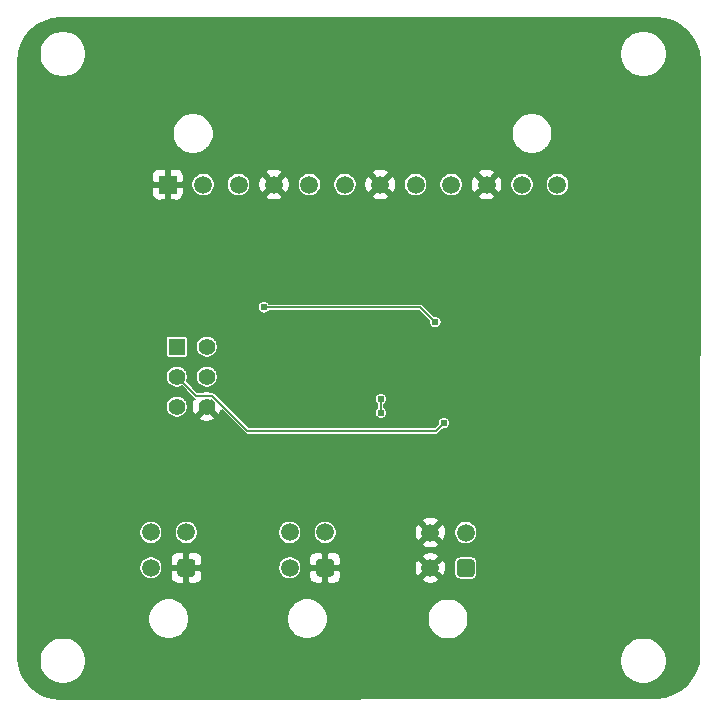
<source format=gbl>
G04 #@! TF.GenerationSoftware,KiCad,Pcbnew,5.1.10*
G04 #@! TF.CreationDate,2022-03-08T21:35:18-05:00*
G04 #@! TF.ProjectId,throttle,7468726f-7474-46c6-952e-6b696361645f,Rev 2*
G04 #@! TF.SameCoordinates,Original*
G04 #@! TF.FileFunction,Copper,L2,Bot*
G04 #@! TF.FilePolarity,Positive*
%FSLAX46Y46*%
G04 Gerber Fmt 4.6, Leading zero omitted, Abs format (unit mm)*
G04 Created by KiCad (PCBNEW 5.1.10) date 2022-03-08 21:35:18*
%MOMM*%
%LPD*%
G01*
G04 APERTURE LIST*
G04 #@! TA.AperFunction,ComponentPad*
%ADD10C,1.500000*%
G04 #@! TD*
G04 #@! TA.AperFunction,ComponentPad*
%ADD11R,1.400000X1.400000*%
G04 #@! TD*
G04 #@! TA.AperFunction,ComponentPad*
%ADD12C,1.400000*%
G04 #@! TD*
G04 #@! TA.AperFunction,ComponentPad*
%ADD13R,1.520000X1.520000*%
G04 #@! TD*
G04 #@! TA.AperFunction,ComponentPad*
%ADD14C,1.520000*%
G04 #@! TD*
G04 #@! TA.AperFunction,ViaPad*
%ADD15C,0.609600*%
G04 #@! TD*
G04 #@! TA.AperFunction,Conductor*
%ADD16C,0.152400*%
G04 #@! TD*
G04 #@! TA.AperFunction,Conductor*
%ADD17C,0.100000*%
G04 #@! TD*
G04 APERTURE END LIST*
G04 #@! TA.AperFunction,ComponentPad*
G36*
G01*
X164619500Y-122815000D02*
X164619500Y-123815000D01*
G75*
G02*
X164369500Y-124065000I-250000J0D01*
G01*
X163369500Y-124065000D01*
G75*
G02*
X163119500Y-123815000I0J250000D01*
G01*
X163119500Y-122815000D01*
G75*
G02*
X163369500Y-122565000I250000J0D01*
G01*
X164369500Y-122565000D01*
G75*
G02*
X164619500Y-122815000I0J-250000D01*
G01*
G37*
G04 #@! TD.AperFunction*
D10*
X160869500Y-123315000D03*
X163869500Y-120315000D03*
X160869500Y-120315000D03*
D11*
X163068000Y-104584500D03*
D12*
X165608000Y-104584500D03*
X163068000Y-107124500D03*
X165608000Y-107124500D03*
X163068000Y-109664500D03*
X165608000Y-109664500D03*
D13*
X162291719Y-90868500D03*
D14*
X165291718Y-90868500D03*
X168291717Y-90868500D03*
X171291716Y-90868500D03*
X174291715Y-90868500D03*
X177291714Y-90868500D03*
X180291713Y-90868500D03*
X183291713Y-90868500D03*
X186291712Y-90868500D03*
X189291711Y-90868500D03*
X192291710Y-90868500D03*
X195291709Y-90868500D03*
D10*
X172617000Y-120315000D03*
X175617000Y-120315000D03*
X172617000Y-123315000D03*
G04 #@! TA.AperFunction,ComponentPad*
G36*
G01*
X176367000Y-122815000D02*
X176367000Y-123815000D01*
G75*
G02*
X176117000Y-124065000I-250000J0D01*
G01*
X175117000Y-124065000D01*
G75*
G02*
X174867000Y-123815000I0J250000D01*
G01*
X174867000Y-122815000D01*
G75*
G02*
X175117000Y-122565000I250000J0D01*
G01*
X176117000Y-122565000D01*
G75*
G02*
X176367000Y-122815000I0J-250000D01*
G01*
G37*
G04 #@! TD.AperFunction*
G04 #@! TA.AperFunction,ComponentPad*
G36*
G01*
X188281000Y-122832500D02*
X188281000Y-123832500D01*
G75*
G02*
X188031000Y-124082500I-250000J0D01*
G01*
X187031000Y-124082500D01*
G75*
G02*
X186781000Y-123832500I0J250000D01*
G01*
X186781000Y-122832500D01*
G75*
G02*
X187031000Y-122582500I250000J0D01*
G01*
X188031000Y-122582500D01*
G75*
G02*
X188281000Y-122832500I0J-250000D01*
G01*
G37*
G04 #@! TD.AperFunction*
X184531000Y-123332500D03*
X187531000Y-120332500D03*
X184531000Y-120332500D03*
D15*
X177165000Y-94932500D03*
X187960000Y-94805500D03*
X198755000Y-94678500D03*
X188468000Y-116903500D03*
X179832000Y-114236500D03*
X192087500Y-117411500D03*
X200596500Y-117284500D03*
X178308000Y-108648500D03*
X175133000Y-102679500D03*
X180467000Y-108267500D03*
X188721994Y-108775500D03*
X167894000Y-94932500D03*
X194183000Y-95567500D03*
X195961000Y-101790500D03*
X185547000Y-100393500D03*
X161925000Y-101917500D03*
X163068000Y-95821500D03*
X172593000Y-95821500D03*
X181483000Y-98996500D03*
X183388000Y-95567500D03*
X198882000Y-104457500D03*
X192278000Y-106235500D03*
X169862500Y-110172500D03*
X201104500Y-124396500D03*
X201739500Y-122745500D03*
X197040500Y-122110500D03*
X185674000Y-111061500D03*
X170434000Y-101257100D03*
X184947529Y-102516971D03*
X180340000Y-109029500D03*
X180340000Y-110172500D03*
D16*
X169039731Y-111721901D02*
X185013599Y-111721901D01*
X164679399Y-108735899D02*
X166053729Y-108735899D01*
X185013599Y-111721901D02*
X185674000Y-111061500D01*
X163068000Y-107124500D02*
X164679399Y-108735899D01*
X166053729Y-108735899D02*
X169039731Y-111721901D01*
X183687658Y-101257100D02*
X184947529Y-102516971D01*
X170434000Y-101257100D02*
X183687658Y-101257100D01*
X180340000Y-109029500D02*
X180340000Y-110172500D01*
X203691906Y-76782598D02*
X204409466Y-76852955D01*
X205084207Y-77056672D01*
X205706534Y-77387569D01*
X206252736Y-77833041D01*
X206702012Y-78376121D01*
X207037246Y-78996124D01*
X207245668Y-79669425D01*
X207320970Y-80385883D01*
X207321006Y-80396309D01*
X207316402Y-130666907D01*
X207246045Y-131384466D01*
X207042327Y-132059209D01*
X206711431Y-132681534D01*
X206265958Y-133227738D01*
X205722877Y-133677012D01*
X205102880Y-134012244D01*
X204429575Y-134220668D01*
X203713117Y-134295970D01*
X203702248Y-134296008D01*
X203702244Y-134296008D01*
X153245770Y-134422966D01*
X152528640Y-134352651D01*
X151853897Y-134148933D01*
X151231572Y-133818037D01*
X150685368Y-133372564D01*
X150236094Y-132829483D01*
X149900862Y-132209486D01*
X149692438Y-131536181D01*
X149635755Y-130996872D01*
X151444987Y-130996872D01*
X151444987Y-131385128D01*
X151520732Y-131765923D01*
X151669311Y-132124625D01*
X151885014Y-132447448D01*
X152159552Y-132721986D01*
X152482375Y-132937689D01*
X152841077Y-133086268D01*
X153221872Y-133162013D01*
X153610128Y-133162013D01*
X153990923Y-133086268D01*
X154349625Y-132937689D01*
X154672448Y-132721986D01*
X154946986Y-132447448D01*
X155162689Y-132124625D01*
X155311268Y-131765923D01*
X155387013Y-131385128D01*
X155387013Y-130996872D01*
X200593987Y-130996872D01*
X200593987Y-131385128D01*
X200669732Y-131765923D01*
X200818311Y-132124625D01*
X201034014Y-132447448D01*
X201308552Y-132721986D01*
X201631375Y-132937689D01*
X201990077Y-133086268D01*
X202370872Y-133162013D01*
X202759128Y-133162013D01*
X203139923Y-133086268D01*
X203498625Y-132937689D01*
X203821448Y-132721986D01*
X204095986Y-132447448D01*
X204311689Y-132124625D01*
X204460268Y-131765923D01*
X204536013Y-131385128D01*
X204536013Y-130996872D01*
X204460268Y-130616077D01*
X204311689Y-130257375D01*
X204095986Y-129934552D01*
X203821448Y-129660014D01*
X203498625Y-129444311D01*
X203139923Y-129295732D01*
X202759128Y-129219987D01*
X202370872Y-129219987D01*
X201990077Y-129295732D01*
X201631375Y-129444311D01*
X201308552Y-129660014D01*
X201034014Y-129934552D01*
X200818311Y-130257375D01*
X200669732Y-130616077D01*
X200593987Y-130996872D01*
X155387013Y-130996872D01*
X155311268Y-130616077D01*
X155162689Y-130257375D01*
X154946986Y-129934552D01*
X154672448Y-129660014D01*
X154349625Y-129444311D01*
X153990923Y-129295732D01*
X153610128Y-129219987D01*
X153221872Y-129219987D01*
X152841077Y-129295732D01*
X152482375Y-129444311D01*
X152159552Y-129660014D01*
X151885014Y-129934552D01*
X151669311Y-130257375D01*
X151520732Y-130616077D01*
X151444987Y-130996872D01*
X149635755Y-130996872D01*
X149617136Y-130819723D01*
X149617100Y-130809330D01*
X149617100Y-127464748D01*
X160640900Y-127464748D01*
X160640900Y-127805252D01*
X160707329Y-128139214D01*
X160837635Y-128453799D01*
X161026809Y-128736918D01*
X161267582Y-128977691D01*
X161550701Y-129166865D01*
X161865286Y-129297171D01*
X162199248Y-129363600D01*
X162539752Y-129363600D01*
X162873714Y-129297171D01*
X163188299Y-129166865D01*
X163471418Y-128977691D01*
X163712191Y-128736918D01*
X163901365Y-128453799D01*
X164031671Y-128139214D01*
X164098100Y-127805252D01*
X164098100Y-127464748D01*
X172388400Y-127464748D01*
X172388400Y-127805252D01*
X172454829Y-128139214D01*
X172585135Y-128453799D01*
X172774309Y-128736918D01*
X173015082Y-128977691D01*
X173298201Y-129166865D01*
X173612786Y-129297171D01*
X173946748Y-129363600D01*
X174287252Y-129363600D01*
X174621214Y-129297171D01*
X174935799Y-129166865D01*
X175218918Y-128977691D01*
X175459691Y-128736918D01*
X175648865Y-128453799D01*
X175779171Y-128139214D01*
X175845600Y-127805252D01*
X175845600Y-127482248D01*
X184302400Y-127482248D01*
X184302400Y-127822752D01*
X184368829Y-128156714D01*
X184499135Y-128471299D01*
X184688309Y-128754418D01*
X184929082Y-128995191D01*
X185212201Y-129184365D01*
X185526786Y-129314671D01*
X185860748Y-129381100D01*
X186201252Y-129381100D01*
X186535214Y-129314671D01*
X186849799Y-129184365D01*
X187132918Y-128995191D01*
X187373691Y-128754418D01*
X187562865Y-128471299D01*
X187693171Y-128156714D01*
X187759600Y-127822752D01*
X187759600Y-127482248D01*
X187693171Y-127148286D01*
X187562865Y-126833701D01*
X187373691Y-126550582D01*
X187132918Y-126309809D01*
X186849799Y-126120635D01*
X186535214Y-125990329D01*
X186201252Y-125923900D01*
X185860748Y-125923900D01*
X185526786Y-125990329D01*
X185212201Y-126120635D01*
X184929082Y-126309809D01*
X184688309Y-126550582D01*
X184499135Y-126833701D01*
X184368829Y-127148286D01*
X184302400Y-127482248D01*
X175845600Y-127482248D01*
X175845600Y-127464748D01*
X175779171Y-127130786D01*
X175648865Y-126816201D01*
X175459691Y-126533082D01*
X175218918Y-126292309D01*
X174935799Y-126103135D01*
X174621214Y-125972829D01*
X174287252Y-125906400D01*
X173946748Y-125906400D01*
X173612786Y-125972829D01*
X173298201Y-126103135D01*
X173015082Y-126292309D01*
X172774309Y-126533082D01*
X172585135Y-126816201D01*
X172454829Y-127130786D01*
X172388400Y-127464748D01*
X164098100Y-127464748D01*
X164031671Y-127130786D01*
X163901365Y-126816201D01*
X163712191Y-126533082D01*
X163471418Y-126292309D01*
X163188299Y-126103135D01*
X162873714Y-125972829D01*
X162539752Y-125906400D01*
X162199248Y-125906400D01*
X161865286Y-125972829D01*
X161550701Y-126103135D01*
X161267582Y-126292309D01*
X161026809Y-126533082D01*
X160837635Y-126816201D01*
X160707329Y-127130786D01*
X160640900Y-127464748D01*
X149617100Y-127464748D01*
X149617100Y-123218616D01*
X159890900Y-123218616D01*
X159890900Y-123411384D01*
X159928507Y-123600447D01*
X160002276Y-123778541D01*
X160109372Y-123938821D01*
X160245679Y-124075128D01*
X160405959Y-124182224D01*
X160584053Y-124255993D01*
X160773116Y-124293600D01*
X160965884Y-124293600D01*
X161154947Y-124255993D01*
X161333041Y-124182224D01*
X161493321Y-124075128D01*
X161503449Y-124065000D01*
X162532473Y-124065000D01*
X162543753Y-124179523D01*
X162577158Y-124289646D01*
X162631405Y-124391135D01*
X162704409Y-124480091D01*
X162793365Y-124553095D01*
X162894854Y-124607342D01*
X163004977Y-124640747D01*
X163119500Y-124652027D01*
X163545650Y-124649200D01*
X163691700Y-124503150D01*
X163691700Y-123492800D01*
X164047300Y-123492800D01*
X164047300Y-124503150D01*
X164193350Y-124649200D01*
X164619500Y-124652027D01*
X164734023Y-124640747D01*
X164844146Y-124607342D01*
X164945635Y-124553095D01*
X165034591Y-124480091D01*
X165107595Y-124391135D01*
X165161842Y-124289646D01*
X165195247Y-124179523D01*
X165206527Y-124065000D01*
X165203700Y-123638850D01*
X165057650Y-123492800D01*
X164047300Y-123492800D01*
X163691700Y-123492800D01*
X162681350Y-123492800D01*
X162535300Y-123638850D01*
X162532473Y-124065000D01*
X161503449Y-124065000D01*
X161629628Y-123938821D01*
X161736724Y-123778541D01*
X161810493Y-123600447D01*
X161848100Y-123411384D01*
X161848100Y-123218616D01*
X171638400Y-123218616D01*
X171638400Y-123411384D01*
X171676007Y-123600447D01*
X171749776Y-123778541D01*
X171856872Y-123938821D01*
X171993179Y-124075128D01*
X172153459Y-124182224D01*
X172331553Y-124255993D01*
X172520616Y-124293600D01*
X172713384Y-124293600D01*
X172902447Y-124255993D01*
X173080541Y-124182224D01*
X173240821Y-124075128D01*
X173250949Y-124065000D01*
X174279973Y-124065000D01*
X174291253Y-124179523D01*
X174324658Y-124289646D01*
X174378905Y-124391135D01*
X174451909Y-124480091D01*
X174540865Y-124553095D01*
X174642354Y-124607342D01*
X174752477Y-124640747D01*
X174867000Y-124652027D01*
X175293150Y-124649200D01*
X175439200Y-124503150D01*
X175439200Y-123492800D01*
X175794800Y-123492800D01*
X175794800Y-124503150D01*
X175940850Y-124649200D01*
X176367000Y-124652027D01*
X176481523Y-124640747D01*
X176591646Y-124607342D01*
X176693135Y-124553095D01*
X176782091Y-124480091D01*
X176855095Y-124391135D01*
X176907266Y-124293529D01*
X183821418Y-124293529D01*
X183893786Y-124512041D01*
X184136147Y-124613691D01*
X184393681Y-124666105D01*
X184656494Y-124667269D01*
X184914483Y-124617140D01*
X185157736Y-124517642D01*
X185168214Y-124512041D01*
X185240582Y-124293529D01*
X184531000Y-123583947D01*
X183821418Y-124293529D01*
X176907266Y-124293529D01*
X176909342Y-124289646D01*
X176942747Y-124179523D01*
X176954027Y-124065000D01*
X176951200Y-123638850D01*
X176805150Y-123492800D01*
X175794800Y-123492800D01*
X175439200Y-123492800D01*
X174428850Y-123492800D01*
X174282800Y-123638850D01*
X174279973Y-124065000D01*
X173250949Y-124065000D01*
X173377128Y-123938821D01*
X173484224Y-123778541D01*
X173557993Y-123600447D01*
X173586328Y-123457994D01*
X183196231Y-123457994D01*
X183246360Y-123715983D01*
X183345858Y-123959236D01*
X183351459Y-123969714D01*
X183569971Y-124042082D01*
X184279553Y-123332500D01*
X184782447Y-123332500D01*
X185492029Y-124042082D01*
X185710541Y-123969714D01*
X185812191Y-123727353D01*
X185864605Y-123469819D01*
X185865769Y-123207006D01*
X185815640Y-122949017D01*
X185767981Y-122832500D01*
X186551294Y-122832500D01*
X186551294Y-123832500D01*
X186560511Y-123926086D01*
X186587809Y-124016076D01*
X186632139Y-124099010D01*
X186691797Y-124171703D01*
X186764490Y-124231361D01*
X186847424Y-124275691D01*
X186937414Y-124302989D01*
X187031000Y-124312206D01*
X188031000Y-124312206D01*
X188124586Y-124302989D01*
X188214576Y-124275691D01*
X188297510Y-124231361D01*
X188370203Y-124171703D01*
X188429861Y-124099010D01*
X188474191Y-124016076D01*
X188501489Y-123926086D01*
X188510706Y-123832500D01*
X188510706Y-122832500D01*
X188501489Y-122738914D01*
X188474191Y-122648924D01*
X188429861Y-122565990D01*
X188370203Y-122493297D01*
X188297510Y-122433639D01*
X188214576Y-122389309D01*
X188124586Y-122362011D01*
X188031000Y-122352794D01*
X187031000Y-122352794D01*
X186937414Y-122362011D01*
X186847424Y-122389309D01*
X186764490Y-122433639D01*
X186691797Y-122493297D01*
X186632139Y-122565990D01*
X186587809Y-122648924D01*
X186560511Y-122738914D01*
X186551294Y-122832500D01*
X185767981Y-122832500D01*
X185716142Y-122705764D01*
X185710541Y-122695286D01*
X185492029Y-122622918D01*
X184782447Y-123332500D01*
X184279553Y-123332500D01*
X183569971Y-122622918D01*
X183351459Y-122695286D01*
X183249809Y-122937647D01*
X183197395Y-123195181D01*
X183196231Y-123457994D01*
X173586328Y-123457994D01*
X173595600Y-123411384D01*
X173595600Y-123218616D01*
X173557993Y-123029553D01*
X173484224Y-122851459D01*
X173377128Y-122691179D01*
X173250949Y-122565000D01*
X174279973Y-122565000D01*
X174282800Y-122991150D01*
X174428850Y-123137200D01*
X175439200Y-123137200D01*
X175439200Y-122126850D01*
X175794800Y-122126850D01*
X175794800Y-123137200D01*
X176805150Y-123137200D01*
X176951200Y-122991150D01*
X176954027Y-122565000D01*
X176942747Y-122450477D01*
X176918782Y-122371471D01*
X183821418Y-122371471D01*
X184531000Y-123081053D01*
X185240582Y-122371471D01*
X185168214Y-122152959D01*
X184925853Y-122051309D01*
X184668319Y-121998895D01*
X184405506Y-121997731D01*
X184147517Y-122047860D01*
X183904264Y-122147358D01*
X183893786Y-122152959D01*
X183821418Y-122371471D01*
X176918782Y-122371471D01*
X176909342Y-122340354D01*
X176855095Y-122238865D01*
X176782091Y-122149909D01*
X176693135Y-122076905D01*
X176591646Y-122022658D01*
X176481523Y-121989253D01*
X176367000Y-121977973D01*
X175940850Y-121980800D01*
X175794800Y-122126850D01*
X175439200Y-122126850D01*
X175293150Y-121980800D01*
X174867000Y-121977973D01*
X174752477Y-121989253D01*
X174642354Y-122022658D01*
X174540865Y-122076905D01*
X174451909Y-122149909D01*
X174378905Y-122238865D01*
X174324658Y-122340354D01*
X174291253Y-122450477D01*
X174279973Y-122565000D01*
X173250949Y-122565000D01*
X173240821Y-122554872D01*
X173080541Y-122447776D01*
X172902447Y-122374007D01*
X172713384Y-122336400D01*
X172520616Y-122336400D01*
X172331553Y-122374007D01*
X172153459Y-122447776D01*
X171993179Y-122554872D01*
X171856872Y-122691179D01*
X171749776Y-122851459D01*
X171676007Y-123029553D01*
X171638400Y-123218616D01*
X161848100Y-123218616D01*
X161810493Y-123029553D01*
X161736724Y-122851459D01*
X161629628Y-122691179D01*
X161503449Y-122565000D01*
X162532473Y-122565000D01*
X162535300Y-122991150D01*
X162681350Y-123137200D01*
X163691700Y-123137200D01*
X163691700Y-122126850D01*
X164047300Y-122126850D01*
X164047300Y-123137200D01*
X165057650Y-123137200D01*
X165203700Y-122991150D01*
X165206527Y-122565000D01*
X165195247Y-122450477D01*
X165161842Y-122340354D01*
X165107595Y-122238865D01*
X165034591Y-122149909D01*
X164945635Y-122076905D01*
X164844146Y-122022658D01*
X164734023Y-121989253D01*
X164619500Y-121977973D01*
X164193350Y-121980800D01*
X164047300Y-122126850D01*
X163691700Y-122126850D01*
X163545650Y-121980800D01*
X163119500Y-121977973D01*
X163004977Y-121989253D01*
X162894854Y-122022658D01*
X162793365Y-122076905D01*
X162704409Y-122149909D01*
X162631405Y-122238865D01*
X162577158Y-122340354D01*
X162543753Y-122450477D01*
X162532473Y-122565000D01*
X161503449Y-122565000D01*
X161493321Y-122554872D01*
X161333041Y-122447776D01*
X161154947Y-122374007D01*
X160965884Y-122336400D01*
X160773116Y-122336400D01*
X160584053Y-122374007D01*
X160405959Y-122447776D01*
X160245679Y-122554872D01*
X160109372Y-122691179D01*
X160002276Y-122851459D01*
X159928507Y-123029553D01*
X159890900Y-123218616D01*
X149617100Y-123218616D01*
X149617100Y-120218616D01*
X159890900Y-120218616D01*
X159890900Y-120411384D01*
X159928507Y-120600447D01*
X160002276Y-120778541D01*
X160109372Y-120938821D01*
X160245679Y-121075128D01*
X160405959Y-121182224D01*
X160584053Y-121255993D01*
X160773116Y-121293600D01*
X160965884Y-121293600D01*
X161154947Y-121255993D01*
X161333041Y-121182224D01*
X161493321Y-121075128D01*
X161629628Y-120938821D01*
X161736724Y-120778541D01*
X161810493Y-120600447D01*
X161848100Y-120411384D01*
X161848100Y-120218616D01*
X162890900Y-120218616D01*
X162890900Y-120411384D01*
X162928507Y-120600447D01*
X163002276Y-120778541D01*
X163109372Y-120938821D01*
X163245679Y-121075128D01*
X163405959Y-121182224D01*
X163584053Y-121255993D01*
X163773116Y-121293600D01*
X163965884Y-121293600D01*
X164154947Y-121255993D01*
X164333041Y-121182224D01*
X164493321Y-121075128D01*
X164629628Y-120938821D01*
X164736724Y-120778541D01*
X164810493Y-120600447D01*
X164848100Y-120411384D01*
X164848100Y-120218616D01*
X171638400Y-120218616D01*
X171638400Y-120411384D01*
X171676007Y-120600447D01*
X171749776Y-120778541D01*
X171856872Y-120938821D01*
X171993179Y-121075128D01*
X172153459Y-121182224D01*
X172331553Y-121255993D01*
X172520616Y-121293600D01*
X172713384Y-121293600D01*
X172902447Y-121255993D01*
X173080541Y-121182224D01*
X173240821Y-121075128D01*
X173377128Y-120938821D01*
X173484224Y-120778541D01*
X173557993Y-120600447D01*
X173595600Y-120411384D01*
X173595600Y-120218616D01*
X174638400Y-120218616D01*
X174638400Y-120411384D01*
X174676007Y-120600447D01*
X174749776Y-120778541D01*
X174856872Y-120938821D01*
X174993179Y-121075128D01*
X175153459Y-121182224D01*
X175331553Y-121255993D01*
X175520616Y-121293600D01*
X175713384Y-121293600D01*
X175713740Y-121293529D01*
X183821418Y-121293529D01*
X183893786Y-121512041D01*
X184136147Y-121613691D01*
X184393681Y-121666105D01*
X184656494Y-121667269D01*
X184914483Y-121617140D01*
X185157736Y-121517642D01*
X185168214Y-121512041D01*
X185240582Y-121293529D01*
X184531000Y-120583947D01*
X183821418Y-121293529D01*
X175713740Y-121293529D01*
X175902447Y-121255993D01*
X176080541Y-121182224D01*
X176240821Y-121075128D01*
X176377128Y-120938821D01*
X176484224Y-120778541D01*
X176557993Y-120600447D01*
X176586328Y-120457994D01*
X183196231Y-120457994D01*
X183246360Y-120715983D01*
X183345858Y-120959236D01*
X183351459Y-120969714D01*
X183569971Y-121042082D01*
X184279553Y-120332500D01*
X184782447Y-120332500D01*
X185492029Y-121042082D01*
X185710541Y-120969714D01*
X185812191Y-120727353D01*
X185864605Y-120469819D01*
X185865640Y-120236116D01*
X186552400Y-120236116D01*
X186552400Y-120428884D01*
X186590007Y-120617947D01*
X186663776Y-120796041D01*
X186770872Y-120956321D01*
X186907179Y-121092628D01*
X187067459Y-121199724D01*
X187245553Y-121273493D01*
X187434616Y-121311100D01*
X187627384Y-121311100D01*
X187816447Y-121273493D01*
X187994541Y-121199724D01*
X188154821Y-121092628D01*
X188291128Y-120956321D01*
X188398224Y-120796041D01*
X188471993Y-120617947D01*
X188509600Y-120428884D01*
X188509600Y-120236116D01*
X188471993Y-120047053D01*
X188398224Y-119868959D01*
X188291128Y-119708679D01*
X188154821Y-119572372D01*
X187994541Y-119465276D01*
X187816447Y-119391507D01*
X187627384Y-119353900D01*
X187434616Y-119353900D01*
X187245553Y-119391507D01*
X187067459Y-119465276D01*
X186907179Y-119572372D01*
X186770872Y-119708679D01*
X186663776Y-119868959D01*
X186590007Y-120047053D01*
X186552400Y-120236116D01*
X185865640Y-120236116D01*
X185865769Y-120207006D01*
X185815640Y-119949017D01*
X185716142Y-119705764D01*
X185710541Y-119695286D01*
X185492029Y-119622918D01*
X184782447Y-120332500D01*
X184279553Y-120332500D01*
X183569971Y-119622918D01*
X183351459Y-119695286D01*
X183249809Y-119937647D01*
X183197395Y-120195181D01*
X183196231Y-120457994D01*
X176586328Y-120457994D01*
X176595600Y-120411384D01*
X176595600Y-120218616D01*
X176557993Y-120029553D01*
X176484224Y-119851459D01*
X176377128Y-119691179D01*
X176240821Y-119554872D01*
X176080541Y-119447776D01*
X175902447Y-119374007D01*
X175889698Y-119371471D01*
X183821418Y-119371471D01*
X184531000Y-120081053D01*
X185240582Y-119371471D01*
X185168214Y-119152959D01*
X184925853Y-119051309D01*
X184668319Y-118998895D01*
X184405506Y-118997731D01*
X184147517Y-119047860D01*
X183904264Y-119147358D01*
X183893786Y-119152959D01*
X183821418Y-119371471D01*
X175889698Y-119371471D01*
X175713384Y-119336400D01*
X175520616Y-119336400D01*
X175331553Y-119374007D01*
X175153459Y-119447776D01*
X174993179Y-119554872D01*
X174856872Y-119691179D01*
X174749776Y-119851459D01*
X174676007Y-120029553D01*
X174638400Y-120218616D01*
X173595600Y-120218616D01*
X173557993Y-120029553D01*
X173484224Y-119851459D01*
X173377128Y-119691179D01*
X173240821Y-119554872D01*
X173080541Y-119447776D01*
X172902447Y-119374007D01*
X172713384Y-119336400D01*
X172520616Y-119336400D01*
X172331553Y-119374007D01*
X172153459Y-119447776D01*
X171993179Y-119554872D01*
X171856872Y-119691179D01*
X171749776Y-119851459D01*
X171676007Y-120029553D01*
X171638400Y-120218616D01*
X164848100Y-120218616D01*
X164810493Y-120029553D01*
X164736724Y-119851459D01*
X164629628Y-119691179D01*
X164493321Y-119554872D01*
X164333041Y-119447776D01*
X164154947Y-119374007D01*
X163965884Y-119336400D01*
X163773116Y-119336400D01*
X163584053Y-119374007D01*
X163405959Y-119447776D01*
X163245679Y-119554872D01*
X163109372Y-119691179D01*
X163002276Y-119851459D01*
X162928507Y-120029553D01*
X162890900Y-120218616D01*
X161848100Y-120218616D01*
X161810493Y-120029553D01*
X161736724Y-119851459D01*
X161629628Y-119691179D01*
X161493321Y-119554872D01*
X161333041Y-119447776D01*
X161154947Y-119374007D01*
X160965884Y-119336400D01*
X160773116Y-119336400D01*
X160584053Y-119374007D01*
X160405959Y-119447776D01*
X160245679Y-119554872D01*
X160109372Y-119691179D01*
X160002276Y-119851459D01*
X159928507Y-120029553D01*
X159890900Y-120218616D01*
X149617100Y-120218616D01*
X149617100Y-109573041D01*
X162139400Y-109573041D01*
X162139400Y-109755959D01*
X162175086Y-109935363D01*
X162245085Y-110104357D01*
X162346709Y-110256448D01*
X162476052Y-110385791D01*
X162628143Y-110487415D01*
X162797137Y-110557414D01*
X162976541Y-110593100D01*
X163159459Y-110593100D01*
X163177134Y-110589584D01*
X164934363Y-110589584D01*
X165000592Y-110803018D01*
X165234377Y-110899641D01*
X165482520Y-110948798D01*
X165735485Y-110948601D01*
X165983551Y-110899056D01*
X166215408Y-110803018D01*
X166281637Y-110589584D01*
X165608000Y-109915947D01*
X164934363Y-110589584D01*
X163177134Y-110589584D01*
X163338863Y-110557414D01*
X163507857Y-110487415D01*
X163659948Y-110385791D01*
X163789291Y-110256448D01*
X163890915Y-110104357D01*
X163960914Y-109935363D01*
X163996600Y-109755959D01*
X163996600Y-109573041D01*
X163960914Y-109393637D01*
X163890915Y-109224643D01*
X163789291Y-109072552D01*
X163659948Y-108943209D01*
X163507857Y-108841585D01*
X163338863Y-108771586D01*
X163159459Y-108735900D01*
X162976541Y-108735900D01*
X162797137Y-108771586D01*
X162628143Y-108841585D01*
X162476052Y-108943209D01*
X162346709Y-109072552D01*
X162245085Y-109224643D01*
X162175086Y-109393637D01*
X162139400Y-109573041D01*
X149617100Y-109573041D01*
X149617100Y-107033041D01*
X162139400Y-107033041D01*
X162139400Y-107215959D01*
X162175086Y-107395363D01*
X162245085Y-107564357D01*
X162346709Y-107716448D01*
X162476052Y-107845791D01*
X162628143Y-107947415D01*
X162797137Y-108017414D01*
X162976541Y-108053100D01*
X163159459Y-108053100D01*
X163338863Y-108017414D01*
X163473920Y-107961472D01*
X164453290Y-108940842D01*
X164462831Y-108952467D01*
X164509242Y-108990557D01*
X164562193Y-109018859D01*
X164577616Y-109023538D01*
X164469482Y-109057092D01*
X164372859Y-109290877D01*
X164323702Y-109539020D01*
X164323899Y-109791985D01*
X164373444Y-110040051D01*
X164469482Y-110271908D01*
X164682916Y-110338137D01*
X165356553Y-109664500D01*
X165342411Y-109650358D01*
X165593858Y-109398911D01*
X165608000Y-109413053D01*
X165953916Y-109067137D01*
X166205363Y-109318584D01*
X165859447Y-109664500D01*
X166533084Y-110338137D01*
X166746518Y-110271908D01*
X166843141Y-110038123D01*
X166856660Y-109969881D01*
X168813628Y-111926851D01*
X168823163Y-111938469D01*
X168834781Y-111948004D01*
X168834787Y-111948010D01*
X168852686Y-111962699D01*
X168869574Y-111976559D01*
X168922525Y-112004861D01*
X168979980Y-112022290D01*
X169024765Y-112026701D01*
X169024773Y-112026701D01*
X169039731Y-112028174D01*
X169054689Y-112026701D01*
X184998641Y-112026701D01*
X185013599Y-112028174D01*
X185028557Y-112026701D01*
X185028565Y-112026701D01*
X185073350Y-112022290D01*
X185130805Y-112004861D01*
X185183756Y-111976559D01*
X185230167Y-111938469D01*
X185239711Y-111926840D01*
X185579916Y-111586636D01*
X185621465Y-111594900D01*
X185726535Y-111594900D01*
X185829587Y-111574402D01*
X185926660Y-111534193D01*
X186014023Y-111475819D01*
X186088319Y-111401523D01*
X186146693Y-111314160D01*
X186186902Y-111217087D01*
X186207400Y-111114035D01*
X186207400Y-111008965D01*
X186186902Y-110905913D01*
X186146693Y-110808840D01*
X186088319Y-110721477D01*
X186014023Y-110647181D01*
X185926660Y-110588807D01*
X185829587Y-110548598D01*
X185726535Y-110528100D01*
X185621465Y-110528100D01*
X185518413Y-110548598D01*
X185421340Y-110588807D01*
X185333977Y-110647181D01*
X185259681Y-110721477D01*
X185201307Y-110808840D01*
X185161098Y-110905913D01*
X185140600Y-111008965D01*
X185140600Y-111114035D01*
X185148864Y-111155584D01*
X184887348Y-111417101D01*
X169165984Y-111417101D01*
X166725847Y-108976965D01*
X179806600Y-108976965D01*
X179806600Y-109082035D01*
X179827098Y-109185087D01*
X179867307Y-109282160D01*
X179925681Y-109369523D01*
X179999977Y-109443819D01*
X180035200Y-109467354D01*
X180035201Y-109734645D01*
X179999977Y-109758181D01*
X179925681Y-109832477D01*
X179867307Y-109919840D01*
X179827098Y-110016913D01*
X179806600Y-110119965D01*
X179806600Y-110225035D01*
X179827098Y-110328087D01*
X179867307Y-110425160D01*
X179925681Y-110512523D01*
X179999977Y-110586819D01*
X180087340Y-110645193D01*
X180184413Y-110685402D01*
X180287465Y-110705900D01*
X180392535Y-110705900D01*
X180495587Y-110685402D01*
X180592660Y-110645193D01*
X180680023Y-110586819D01*
X180754319Y-110512523D01*
X180812693Y-110425160D01*
X180852902Y-110328087D01*
X180873400Y-110225035D01*
X180873400Y-110119965D01*
X180852902Y-110016913D01*
X180812693Y-109919840D01*
X180754319Y-109832477D01*
X180680023Y-109758181D01*
X180644800Y-109734646D01*
X180644800Y-109467354D01*
X180680023Y-109443819D01*
X180754319Y-109369523D01*
X180812693Y-109282160D01*
X180852902Y-109185087D01*
X180873400Y-109082035D01*
X180873400Y-108976965D01*
X180852902Y-108873913D01*
X180812693Y-108776840D01*
X180754319Y-108689477D01*
X180680023Y-108615181D01*
X180592660Y-108556807D01*
X180495587Y-108516598D01*
X180392535Y-108496100D01*
X180287465Y-108496100D01*
X180184413Y-108516598D01*
X180087340Y-108556807D01*
X179999977Y-108615181D01*
X179925681Y-108689477D01*
X179867307Y-108776840D01*
X179827098Y-108873913D01*
X179806600Y-108976965D01*
X166725847Y-108976965D01*
X166279841Y-108530960D01*
X166270297Y-108519331D01*
X166223886Y-108481241D01*
X166170935Y-108452939D01*
X166113480Y-108435510D01*
X166068695Y-108431099D01*
X166068687Y-108431099D01*
X166053729Y-108429626D01*
X166038771Y-108431099D01*
X165985833Y-108431099D01*
X165981623Y-108429359D01*
X165733480Y-108380202D01*
X165480515Y-108380399D01*
X165232449Y-108429944D01*
X165229661Y-108431099D01*
X164805651Y-108431099D01*
X163904972Y-107530420D01*
X163960914Y-107395363D01*
X163996600Y-107215959D01*
X163996600Y-107033041D01*
X164679400Y-107033041D01*
X164679400Y-107215959D01*
X164715086Y-107395363D01*
X164785085Y-107564357D01*
X164886709Y-107716448D01*
X165016052Y-107845791D01*
X165168143Y-107947415D01*
X165337137Y-108017414D01*
X165516541Y-108053100D01*
X165699459Y-108053100D01*
X165878863Y-108017414D01*
X166047857Y-107947415D01*
X166199948Y-107845791D01*
X166329291Y-107716448D01*
X166430915Y-107564357D01*
X166500914Y-107395363D01*
X166536600Y-107215959D01*
X166536600Y-107033041D01*
X166500914Y-106853637D01*
X166430915Y-106684643D01*
X166329291Y-106532552D01*
X166199948Y-106403209D01*
X166047857Y-106301585D01*
X165878863Y-106231586D01*
X165699459Y-106195900D01*
X165516541Y-106195900D01*
X165337137Y-106231586D01*
X165168143Y-106301585D01*
X165016052Y-106403209D01*
X164886709Y-106532552D01*
X164785085Y-106684643D01*
X164715086Y-106853637D01*
X164679400Y-107033041D01*
X163996600Y-107033041D01*
X163960914Y-106853637D01*
X163890915Y-106684643D01*
X163789291Y-106532552D01*
X163659948Y-106403209D01*
X163507857Y-106301585D01*
X163338863Y-106231586D01*
X163159459Y-106195900D01*
X162976541Y-106195900D01*
X162797137Y-106231586D01*
X162628143Y-106301585D01*
X162476052Y-106403209D01*
X162346709Y-106532552D01*
X162245085Y-106684643D01*
X162175086Y-106853637D01*
X162139400Y-107033041D01*
X149617100Y-107033041D01*
X149617100Y-103884500D01*
X162138294Y-103884500D01*
X162138294Y-105284500D01*
X162142708Y-105329313D01*
X162155779Y-105372405D01*
X162177006Y-105412118D01*
X162205573Y-105446927D01*
X162240382Y-105475494D01*
X162280095Y-105496721D01*
X162323187Y-105509792D01*
X162368000Y-105514206D01*
X163768000Y-105514206D01*
X163812813Y-105509792D01*
X163855905Y-105496721D01*
X163895618Y-105475494D01*
X163930427Y-105446927D01*
X163958994Y-105412118D01*
X163980221Y-105372405D01*
X163993292Y-105329313D01*
X163997706Y-105284500D01*
X163997706Y-104493041D01*
X164679400Y-104493041D01*
X164679400Y-104675959D01*
X164715086Y-104855363D01*
X164785085Y-105024357D01*
X164886709Y-105176448D01*
X165016052Y-105305791D01*
X165168143Y-105407415D01*
X165337137Y-105477414D01*
X165516541Y-105513100D01*
X165699459Y-105513100D01*
X165878863Y-105477414D01*
X166047857Y-105407415D01*
X166199948Y-105305791D01*
X166329291Y-105176448D01*
X166430915Y-105024357D01*
X166500914Y-104855363D01*
X166536600Y-104675959D01*
X166536600Y-104493041D01*
X166500914Y-104313637D01*
X166430915Y-104144643D01*
X166329291Y-103992552D01*
X166199948Y-103863209D01*
X166047857Y-103761585D01*
X165878863Y-103691586D01*
X165699459Y-103655900D01*
X165516541Y-103655900D01*
X165337137Y-103691586D01*
X165168143Y-103761585D01*
X165016052Y-103863209D01*
X164886709Y-103992552D01*
X164785085Y-104144643D01*
X164715086Y-104313637D01*
X164679400Y-104493041D01*
X163997706Y-104493041D01*
X163997706Y-103884500D01*
X163993292Y-103839687D01*
X163980221Y-103796595D01*
X163958994Y-103756882D01*
X163930427Y-103722073D01*
X163895618Y-103693506D01*
X163855905Y-103672279D01*
X163812813Y-103659208D01*
X163768000Y-103654794D01*
X162368000Y-103654794D01*
X162323187Y-103659208D01*
X162280095Y-103672279D01*
X162240382Y-103693506D01*
X162205573Y-103722073D01*
X162177006Y-103756882D01*
X162155779Y-103796595D01*
X162142708Y-103839687D01*
X162138294Y-103884500D01*
X149617100Y-103884500D01*
X149617100Y-101204565D01*
X169900600Y-101204565D01*
X169900600Y-101309635D01*
X169921098Y-101412687D01*
X169961307Y-101509760D01*
X170019681Y-101597123D01*
X170093977Y-101671419D01*
X170181340Y-101729793D01*
X170278413Y-101770002D01*
X170381465Y-101790500D01*
X170486535Y-101790500D01*
X170589587Y-101770002D01*
X170686660Y-101729793D01*
X170774023Y-101671419D01*
X170848319Y-101597123D01*
X170871854Y-101561900D01*
X183561407Y-101561900D01*
X184422393Y-102422887D01*
X184414129Y-102464436D01*
X184414129Y-102569506D01*
X184434627Y-102672558D01*
X184474836Y-102769631D01*
X184533210Y-102856994D01*
X184607506Y-102931290D01*
X184694869Y-102989664D01*
X184791942Y-103029873D01*
X184894994Y-103050371D01*
X185000064Y-103050371D01*
X185103116Y-103029873D01*
X185200189Y-102989664D01*
X185287552Y-102931290D01*
X185361848Y-102856994D01*
X185420222Y-102769631D01*
X185460431Y-102672558D01*
X185480929Y-102569506D01*
X185480929Y-102464436D01*
X185460431Y-102361384D01*
X185420222Y-102264311D01*
X185361848Y-102176948D01*
X185287552Y-102102652D01*
X185200189Y-102044278D01*
X185103116Y-102004069D01*
X185000064Y-101983571D01*
X184894994Y-101983571D01*
X184853445Y-101991835D01*
X183913770Y-101052161D01*
X183904226Y-101040532D01*
X183857815Y-101002442D01*
X183804864Y-100974140D01*
X183747409Y-100956711D01*
X183702624Y-100952300D01*
X183702616Y-100952300D01*
X183687658Y-100950827D01*
X183672700Y-100952300D01*
X170871854Y-100952300D01*
X170848319Y-100917077D01*
X170774023Y-100842781D01*
X170686660Y-100784407D01*
X170589587Y-100744198D01*
X170486535Y-100723700D01*
X170381465Y-100723700D01*
X170278413Y-100744198D01*
X170181340Y-100784407D01*
X170093977Y-100842781D01*
X170019681Y-100917077D01*
X169961307Y-101004440D01*
X169921098Y-101101513D01*
X169900600Y-101204565D01*
X149617100Y-101204565D01*
X149617100Y-91628500D01*
X160944692Y-91628500D01*
X160955972Y-91743023D01*
X160989377Y-91853146D01*
X161043624Y-91954635D01*
X161116628Y-92043591D01*
X161205584Y-92116595D01*
X161307073Y-92170842D01*
X161417196Y-92204247D01*
X161531719Y-92215527D01*
X161967869Y-92212700D01*
X162113919Y-92066650D01*
X162113919Y-91046300D01*
X162469519Y-91046300D01*
X162469519Y-92066650D01*
X162615569Y-92212700D01*
X163051719Y-92215527D01*
X163166242Y-92204247D01*
X163276365Y-92170842D01*
X163377854Y-92116595D01*
X163466810Y-92043591D01*
X163539814Y-91954635D01*
X163594061Y-91853146D01*
X163627466Y-91743023D01*
X163638746Y-91628500D01*
X163635919Y-91192350D01*
X163489869Y-91046300D01*
X162469519Y-91046300D01*
X162113919Y-91046300D01*
X161093569Y-91046300D01*
X160947519Y-91192350D01*
X160944692Y-91628500D01*
X149617100Y-91628500D01*
X149617100Y-90771131D01*
X164303118Y-90771131D01*
X164303118Y-90965869D01*
X164341110Y-91156864D01*
X164415632Y-91336778D01*
X164523823Y-91498696D01*
X164661522Y-91636395D01*
X164823440Y-91744586D01*
X165003354Y-91819108D01*
X165194349Y-91857100D01*
X165389087Y-91857100D01*
X165580082Y-91819108D01*
X165759996Y-91744586D01*
X165921914Y-91636395D01*
X166059613Y-91498696D01*
X166167804Y-91336778D01*
X166242326Y-91156864D01*
X166280318Y-90965869D01*
X166280318Y-90771131D01*
X167303117Y-90771131D01*
X167303117Y-90965869D01*
X167341109Y-91156864D01*
X167415631Y-91336778D01*
X167523822Y-91498696D01*
X167661521Y-91636395D01*
X167823439Y-91744586D01*
X168003353Y-91819108D01*
X168194348Y-91857100D01*
X168389086Y-91857100D01*
X168491571Y-91836714D01*
X170574949Y-91836714D01*
X170648544Y-92056242D01*
X170892619Y-92158896D01*
X171152031Y-92211962D01*
X171416812Y-92213399D01*
X171676785Y-92163152D01*
X171921960Y-92063153D01*
X171934888Y-92056242D01*
X172008483Y-91836714D01*
X171291716Y-91119947D01*
X170574949Y-91836714D01*
X168491571Y-91836714D01*
X168580081Y-91819108D01*
X168759995Y-91744586D01*
X168921913Y-91636395D01*
X169059612Y-91498696D01*
X169167803Y-91336778D01*
X169242325Y-91156864D01*
X169274801Y-90993596D01*
X169946817Y-90993596D01*
X169997064Y-91253569D01*
X170097063Y-91498744D01*
X170103974Y-91511672D01*
X170323502Y-91585267D01*
X171040269Y-90868500D01*
X171543163Y-90868500D01*
X172259930Y-91585267D01*
X172479458Y-91511672D01*
X172582112Y-91267597D01*
X172635178Y-91008185D01*
X172636464Y-90771131D01*
X173303115Y-90771131D01*
X173303115Y-90965869D01*
X173341107Y-91156864D01*
X173415629Y-91336778D01*
X173523820Y-91498696D01*
X173661519Y-91636395D01*
X173823437Y-91744586D01*
X174003351Y-91819108D01*
X174194346Y-91857100D01*
X174389084Y-91857100D01*
X174580079Y-91819108D01*
X174759993Y-91744586D01*
X174921911Y-91636395D01*
X175059610Y-91498696D01*
X175167801Y-91336778D01*
X175242323Y-91156864D01*
X175280315Y-90965869D01*
X175280315Y-90771131D01*
X176303114Y-90771131D01*
X176303114Y-90965869D01*
X176341106Y-91156864D01*
X176415628Y-91336778D01*
X176523819Y-91498696D01*
X176661518Y-91636395D01*
X176823436Y-91744586D01*
X177003350Y-91819108D01*
X177194345Y-91857100D01*
X177389083Y-91857100D01*
X177491568Y-91836714D01*
X179574946Y-91836714D01*
X179648541Y-92056242D01*
X179892616Y-92158896D01*
X180152028Y-92211962D01*
X180416809Y-92213399D01*
X180676782Y-92163152D01*
X180921957Y-92063153D01*
X180934885Y-92056242D01*
X181008480Y-91836714D01*
X180291713Y-91119947D01*
X179574946Y-91836714D01*
X177491568Y-91836714D01*
X177580078Y-91819108D01*
X177759992Y-91744586D01*
X177921910Y-91636395D01*
X178059609Y-91498696D01*
X178167800Y-91336778D01*
X178242322Y-91156864D01*
X178274798Y-90993596D01*
X178946814Y-90993596D01*
X178997061Y-91253569D01*
X179097060Y-91498744D01*
X179103971Y-91511672D01*
X179323499Y-91585267D01*
X180040266Y-90868500D01*
X180543160Y-90868500D01*
X181259927Y-91585267D01*
X181479455Y-91511672D01*
X181582109Y-91267597D01*
X181635175Y-91008185D01*
X181636461Y-90771131D01*
X182303113Y-90771131D01*
X182303113Y-90965869D01*
X182341105Y-91156864D01*
X182415627Y-91336778D01*
X182523818Y-91498696D01*
X182661517Y-91636395D01*
X182823435Y-91744586D01*
X183003349Y-91819108D01*
X183194344Y-91857100D01*
X183389082Y-91857100D01*
X183580077Y-91819108D01*
X183759991Y-91744586D01*
X183921909Y-91636395D01*
X184059608Y-91498696D01*
X184167799Y-91336778D01*
X184242321Y-91156864D01*
X184280313Y-90965869D01*
X184280313Y-90771131D01*
X185303112Y-90771131D01*
X185303112Y-90965869D01*
X185341104Y-91156864D01*
X185415626Y-91336778D01*
X185523817Y-91498696D01*
X185661516Y-91636395D01*
X185823434Y-91744586D01*
X186003348Y-91819108D01*
X186194343Y-91857100D01*
X186389081Y-91857100D01*
X186491566Y-91836714D01*
X188574944Y-91836714D01*
X188648539Y-92056242D01*
X188892614Y-92158896D01*
X189152026Y-92211962D01*
X189416807Y-92213399D01*
X189676780Y-92163152D01*
X189921955Y-92063153D01*
X189934883Y-92056242D01*
X190008478Y-91836714D01*
X189291711Y-91119947D01*
X188574944Y-91836714D01*
X186491566Y-91836714D01*
X186580076Y-91819108D01*
X186759990Y-91744586D01*
X186921908Y-91636395D01*
X187059607Y-91498696D01*
X187167798Y-91336778D01*
X187242320Y-91156864D01*
X187274796Y-90993596D01*
X187946812Y-90993596D01*
X187997059Y-91253569D01*
X188097058Y-91498744D01*
X188103969Y-91511672D01*
X188323497Y-91585267D01*
X189040264Y-90868500D01*
X189543158Y-90868500D01*
X190259925Y-91585267D01*
X190479453Y-91511672D01*
X190582107Y-91267597D01*
X190635173Y-91008185D01*
X190636459Y-90771131D01*
X191303110Y-90771131D01*
X191303110Y-90965869D01*
X191341102Y-91156864D01*
X191415624Y-91336778D01*
X191523815Y-91498696D01*
X191661514Y-91636395D01*
X191823432Y-91744586D01*
X192003346Y-91819108D01*
X192194341Y-91857100D01*
X192389079Y-91857100D01*
X192580074Y-91819108D01*
X192759988Y-91744586D01*
X192921906Y-91636395D01*
X193059605Y-91498696D01*
X193167796Y-91336778D01*
X193242318Y-91156864D01*
X193280310Y-90965869D01*
X193280310Y-90771131D01*
X194303109Y-90771131D01*
X194303109Y-90965869D01*
X194341101Y-91156864D01*
X194415623Y-91336778D01*
X194523814Y-91498696D01*
X194661513Y-91636395D01*
X194823431Y-91744586D01*
X195003345Y-91819108D01*
X195194340Y-91857100D01*
X195389078Y-91857100D01*
X195580073Y-91819108D01*
X195759987Y-91744586D01*
X195921905Y-91636395D01*
X196059604Y-91498696D01*
X196167795Y-91336778D01*
X196242317Y-91156864D01*
X196280309Y-90965869D01*
X196280309Y-90771131D01*
X196242317Y-90580136D01*
X196167795Y-90400222D01*
X196059604Y-90238304D01*
X195921905Y-90100605D01*
X195759987Y-89992414D01*
X195580073Y-89917892D01*
X195389078Y-89879900D01*
X195194340Y-89879900D01*
X195003345Y-89917892D01*
X194823431Y-89992414D01*
X194661513Y-90100605D01*
X194523814Y-90238304D01*
X194415623Y-90400222D01*
X194341101Y-90580136D01*
X194303109Y-90771131D01*
X193280310Y-90771131D01*
X193242318Y-90580136D01*
X193167796Y-90400222D01*
X193059605Y-90238304D01*
X192921906Y-90100605D01*
X192759988Y-89992414D01*
X192580074Y-89917892D01*
X192389079Y-89879900D01*
X192194341Y-89879900D01*
X192003346Y-89917892D01*
X191823432Y-89992414D01*
X191661514Y-90100605D01*
X191523815Y-90238304D01*
X191415624Y-90400222D01*
X191341102Y-90580136D01*
X191303110Y-90771131D01*
X190636459Y-90771131D01*
X190636610Y-90743404D01*
X190586363Y-90483431D01*
X190486364Y-90238256D01*
X190479453Y-90225328D01*
X190259925Y-90151733D01*
X189543158Y-90868500D01*
X189040264Y-90868500D01*
X188323497Y-90151733D01*
X188103969Y-90225328D01*
X188001315Y-90469403D01*
X187948249Y-90728815D01*
X187946812Y-90993596D01*
X187274796Y-90993596D01*
X187280312Y-90965869D01*
X187280312Y-90771131D01*
X187242320Y-90580136D01*
X187167798Y-90400222D01*
X187059607Y-90238304D01*
X186921908Y-90100605D01*
X186759990Y-89992414D01*
X186580076Y-89917892D01*
X186491567Y-89900286D01*
X188574944Y-89900286D01*
X189291711Y-90617053D01*
X190008478Y-89900286D01*
X189934883Y-89680758D01*
X189690808Y-89578104D01*
X189431396Y-89525038D01*
X189166615Y-89523601D01*
X188906642Y-89573848D01*
X188661467Y-89673847D01*
X188648539Y-89680758D01*
X188574944Y-89900286D01*
X186491567Y-89900286D01*
X186389081Y-89879900D01*
X186194343Y-89879900D01*
X186003348Y-89917892D01*
X185823434Y-89992414D01*
X185661516Y-90100605D01*
X185523817Y-90238304D01*
X185415626Y-90400222D01*
X185341104Y-90580136D01*
X185303112Y-90771131D01*
X184280313Y-90771131D01*
X184242321Y-90580136D01*
X184167799Y-90400222D01*
X184059608Y-90238304D01*
X183921909Y-90100605D01*
X183759991Y-89992414D01*
X183580077Y-89917892D01*
X183389082Y-89879900D01*
X183194344Y-89879900D01*
X183003349Y-89917892D01*
X182823435Y-89992414D01*
X182661517Y-90100605D01*
X182523818Y-90238304D01*
X182415627Y-90400222D01*
X182341105Y-90580136D01*
X182303113Y-90771131D01*
X181636461Y-90771131D01*
X181636612Y-90743404D01*
X181586365Y-90483431D01*
X181486366Y-90238256D01*
X181479455Y-90225328D01*
X181259927Y-90151733D01*
X180543160Y-90868500D01*
X180040266Y-90868500D01*
X179323499Y-90151733D01*
X179103971Y-90225328D01*
X179001317Y-90469403D01*
X178948251Y-90728815D01*
X178946814Y-90993596D01*
X178274798Y-90993596D01*
X178280314Y-90965869D01*
X178280314Y-90771131D01*
X178242322Y-90580136D01*
X178167800Y-90400222D01*
X178059609Y-90238304D01*
X177921910Y-90100605D01*
X177759992Y-89992414D01*
X177580078Y-89917892D01*
X177491569Y-89900286D01*
X179574946Y-89900286D01*
X180291713Y-90617053D01*
X181008480Y-89900286D01*
X180934885Y-89680758D01*
X180690810Y-89578104D01*
X180431398Y-89525038D01*
X180166617Y-89523601D01*
X179906644Y-89573848D01*
X179661469Y-89673847D01*
X179648541Y-89680758D01*
X179574946Y-89900286D01*
X177491569Y-89900286D01*
X177389083Y-89879900D01*
X177194345Y-89879900D01*
X177003350Y-89917892D01*
X176823436Y-89992414D01*
X176661518Y-90100605D01*
X176523819Y-90238304D01*
X176415628Y-90400222D01*
X176341106Y-90580136D01*
X176303114Y-90771131D01*
X175280315Y-90771131D01*
X175242323Y-90580136D01*
X175167801Y-90400222D01*
X175059610Y-90238304D01*
X174921911Y-90100605D01*
X174759993Y-89992414D01*
X174580079Y-89917892D01*
X174389084Y-89879900D01*
X174194346Y-89879900D01*
X174003351Y-89917892D01*
X173823437Y-89992414D01*
X173661519Y-90100605D01*
X173523820Y-90238304D01*
X173415629Y-90400222D01*
X173341107Y-90580136D01*
X173303115Y-90771131D01*
X172636464Y-90771131D01*
X172636615Y-90743404D01*
X172586368Y-90483431D01*
X172486369Y-90238256D01*
X172479458Y-90225328D01*
X172259930Y-90151733D01*
X171543163Y-90868500D01*
X171040269Y-90868500D01*
X170323502Y-90151733D01*
X170103974Y-90225328D01*
X170001320Y-90469403D01*
X169948254Y-90728815D01*
X169946817Y-90993596D01*
X169274801Y-90993596D01*
X169280317Y-90965869D01*
X169280317Y-90771131D01*
X169242325Y-90580136D01*
X169167803Y-90400222D01*
X169059612Y-90238304D01*
X168921913Y-90100605D01*
X168759995Y-89992414D01*
X168580081Y-89917892D01*
X168491572Y-89900286D01*
X170574949Y-89900286D01*
X171291716Y-90617053D01*
X172008483Y-89900286D01*
X171934888Y-89680758D01*
X171690813Y-89578104D01*
X171431401Y-89525038D01*
X171166620Y-89523601D01*
X170906647Y-89573848D01*
X170661472Y-89673847D01*
X170648544Y-89680758D01*
X170574949Y-89900286D01*
X168491572Y-89900286D01*
X168389086Y-89879900D01*
X168194348Y-89879900D01*
X168003353Y-89917892D01*
X167823439Y-89992414D01*
X167661521Y-90100605D01*
X167523822Y-90238304D01*
X167415631Y-90400222D01*
X167341109Y-90580136D01*
X167303117Y-90771131D01*
X166280318Y-90771131D01*
X166242326Y-90580136D01*
X166167804Y-90400222D01*
X166059613Y-90238304D01*
X165921914Y-90100605D01*
X165759996Y-89992414D01*
X165580082Y-89917892D01*
X165389087Y-89879900D01*
X165194349Y-89879900D01*
X165003354Y-89917892D01*
X164823440Y-89992414D01*
X164661522Y-90100605D01*
X164523823Y-90238304D01*
X164415632Y-90400222D01*
X164341110Y-90580136D01*
X164303118Y-90771131D01*
X149617100Y-90771131D01*
X149617100Y-90108500D01*
X160944692Y-90108500D01*
X160947519Y-90544650D01*
X161093569Y-90690700D01*
X162113919Y-90690700D01*
X162113919Y-89670350D01*
X162469519Y-89670350D01*
X162469519Y-90690700D01*
X163489869Y-90690700D01*
X163635919Y-90544650D01*
X163638746Y-90108500D01*
X163627466Y-89993977D01*
X163594061Y-89883854D01*
X163539814Y-89782365D01*
X163466810Y-89693409D01*
X163377854Y-89620405D01*
X163276365Y-89566158D01*
X163166242Y-89532753D01*
X163051719Y-89521473D01*
X162615569Y-89524300D01*
X162469519Y-89670350D01*
X162113919Y-89670350D01*
X161967869Y-89524300D01*
X161531719Y-89521473D01*
X161417196Y-89532753D01*
X161307073Y-89566158D01*
X161205584Y-89620405D01*
X161116628Y-89693409D01*
X161043624Y-89782365D01*
X160989377Y-89883854D01*
X160955972Y-89993977D01*
X160944692Y-90108500D01*
X149617100Y-90108500D01*
X149617100Y-86378249D01*
X162713164Y-86378249D01*
X162713164Y-86718753D01*
X162779593Y-87052715D01*
X162909898Y-87367300D01*
X163099072Y-87650419D01*
X163339845Y-87891192D01*
X163622964Y-88080366D01*
X163937549Y-88210671D01*
X164271511Y-88277100D01*
X164612015Y-88277100D01*
X164945977Y-88210671D01*
X165260562Y-88080366D01*
X165543681Y-87891192D01*
X165784454Y-87650419D01*
X165973628Y-87367300D01*
X166103933Y-87052715D01*
X166170362Y-86718753D01*
X166170362Y-86378249D01*
X191413107Y-86378249D01*
X191413107Y-86718753D01*
X191479536Y-87052715D01*
X191609841Y-87367300D01*
X191799015Y-87650419D01*
X192039788Y-87891192D01*
X192322907Y-88080366D01*
X192637492Y-88210671D01*
X192971454Y-88277100D01*
X193311958Y-88277100D01*
X193645920Y-88210671D01*
X193960505Y-88080366D01*
X194243624Y-87891192D01*
X194484397Y-87650419D01*
X194673571Y-87367300D01*
X194803876Y-87052715D01*
X194870305Y-86718753D01*
X194870305Y-86378249D01*
X194803876Y-86044287D01*
X194673571Y-85729702D01*
X194484397Y-85446583D01*
X194243624Y-85205810D01*
X193960505Y-85016636D01*
X193645920Y-84886331D01*
X193311958Y-84819902D01*
X192971454Y-84819902D01*
X192637492Y-84886331D01*
X192322907Y-85016636D01*
X192039788Y-85205810D01*
X191799015Y-85446583D01*
X191609841Y-85729702D01*
X191479536Y-86044287D01*
X191413107Y-86378249D01*
X166170362Y-86378249D01*
X166103933Y-86044287D01*
X165973628Y-85729702D01*
X165784454Y-85446583D01*
X165543681Y-85205810D01*
X165260562Y-85016636D01*
X164945977Y-84886331D01*
X164612015Y-84819902D01*
X164271511Y-84819902D01*
X163937549Y-84886331D01*
X163622964Y-85016636D01*
X163339845Y-85205810D01*
X163099072Y-85446583D01*
X162909898Y-85729702D01*
X162779593Y-86044287D01*
X162713164Y-86378249D01*
X149617100Y-86378249D01*
X149617100Y-80407074D01*
X149687455Y-79689534D01*
X149706826Y-79625372D01*
X151444987Y-79625372D01*
X151444987Y-80013628D01*
X151520732Y-80394423D01*
X151669311Y-80753125D01*
X151885014Y-81075948D01*
X152159552Y-81350486D01*
X152482375Y-81566189D01*
X152841077Y-81714768D01*
X153221872Y-81790513D01*
X153610128Y-81790513D01*
X153990923Y-81714768D01*
X154349625Y-81566189D01*
X154672448Y-81350486D01*
X154946986Y-81075948D01*
X155162689Y-80753125D01*
X155311268Y-80394423D01*
X155387013Y-80013628D01*
X155387013Y-79625372D01*
X200593987Y-79625372D01*
X200593987Y-80013628D01*
X200669732Y-80394423D01*
X200818311Y-80753125D01*
X201034014Y-81075948D01*
X201308552Y-81350486D01*
X201631375Y-81566189D01*
X201990077Y-81714768D01*
X202370872Y-81790513D01*
X202759128Y-81790513D01*
X203139923Y-81714768D01*
X203498625Y-81566189D01*
X203821448Y-81350486D01*
X204095986Y-81075948D01*
X204311689Y-80753125D01*
X204460268Y-80394423D01*
X204536013Y-80013628D01*
X204536013Y-79625372D01*
X204460268Y-79244577D01*
X204311689Y-78885875D01*
X204095986Y-78563052D01*
X203821448Y-78288514D01*
X203498625Y-78072811D01*
X203139923Y-77924232D01*
X202759128Y-77848487D01*
X202370872Y-77848487D01*
X201990077Y-77924232D01*
X201631375Y-78072811D01*
X201308552Y-78288514D01*
X201034014Y-78563052D01*
X200818311Y-78885875D01*
X200669732Y-79244577D01*
X200593987Y-79625372D01*
X155387013Y-79625372D01*
X155311268Y-79244577D01*
X155162689Y-78885875D01*
X154946986Y-78563052D01*
X154672448Y-78288514D01*
X154349625Y-78072811D01*
X153990923Y-77924232D01*
X153610128Y-77848487D01*
X153221872Y-77848487D01*
X152841077Y-77924232D01*
X152482375Y-78072811D01*
X152159552Y-78288514D01*
X151885014Y-78563052D01*
X151669311Y-78885875D01*
X151520732Y-79244577D01*
X151444987Y-79625372D01*
X149706826Y-79625372D01*
X149891172Y-79014793D01*
X150222069Y-78392466D01*
X150667541Y-77846264D01*
X151210621Y-77396988D01*
X151830624Y-77061754D01*
X152503925Y-76853332D01*
X153220383Y-76778030D01*
X153230811Y-76777994D01*
X203691906Y-76782598D01*
G04 #@! TA.AperFunction,Conductor*
D17*
G36*
X203691906Y-76782598D02*
G01*
X204409466Y-76852955D01*
X205084207Y-77056672D01*
X205706534Y-77387569D01*
X206252736Y-77833041D01*
X206702012Y-78376121D01*
X207037246Y-78996124D01*
X207245668Y-79669425D01*
X207320970Y-80385883D01*
X207321006Y-80396309D01*
X207316402Y-130666907D01*
X207246045Y-131384466D01*
X207042327Y-132059209D01*
X206711431Y-132681534D01*
X206265958Y-133227738D01*
X205722877Y-133677012D01*
X205102880Y-134012244D01*
X204429575Y-134220668D01*
X203713117Y-134295970D01*
X203702248Y-134296008D01*
X203702244Y-134296008D01*
X153245770Y-134422966D01*
X152528640Y-134352651D01*
X151853897Y-134148933D01*
X151231572Y-133818037D01*
X150685368Y-133372564D01*
X150236094Y-132829483D01*
X149900862Y-132209486D01*
X149692438Y-131536181D01*
X149635755Y-130996872D01*
X151444987Y-130996872D01*
X151444987Y-131385128D01*
X151520732Y-131765923D01*
X151669311Y-132124625D01*
X151885014Y-132447448D01*
X152159552Y-132721986D01*
X152482375Y-132937689D01*
X152841077Y-133086268D01*
X153221872Y-133162013D01*
X153610128Y-133162013D01*
X153990923Y-133086268D01*
X154349625Y-132937689D01*
X154672448Y-132721986D01*
X154946986Y-132447448D01*
X155162689Y-132124625D01*
X155311268Y-131765923D01*
X155387013Y-131385128D01*
X155387013Y-130996872D01*
X200593987Y-130996872D01*
X200593987Y-131385128D01*
X200669732Y-131765923D01*
X200818311Y-132124625D01*
X201034014Y-132447448D01*
X201308552Y-132721986D01*
X201631375Y-132937689D01*
X201990077Y-133086268D01*
X202370872Y-133162013D01*
X202759128Y-133162013D01*
X203139923Y-133086268D01*
X203498625Y-132937689D01*
X203821448Y-132721986D01*
X204095986Y-132447448D01*
X204311689Y-132124625D01*
X204460268Y-131765923D01*
X204536013Y-131385128D01*
X204536013Y-130996872D01*
X204460268Y-130616077D01*
X204311689Y-130257375D01*
X204095986Y-129934552D01*
X203821448Y-129660014D01*
X203498625Y-129444311D01*
X203139923Y-129295732D01*
X202759128Y-129219987D01*
X202370872Y-129219987D01*
X201990077Y-129295732D01*
X201631375Y-129444311D01*
X201308552Y-129660014D01*
X201034014Y-129934552D01*
X200818311Y-130257375D01*
X200669732Y-130616077D01*
X200593987Y-130996872D01*
X155387013Y-130996872D01*
X155311268Y-130616077D01*
X155162689Y-130257375D01*
X154946986Y-129934552D01*
X154672448Y-129660014D01*
X154349625Y-129444311D01*
X153990923Y-129295732D01*
X153610128Y-129219987D01*
X153221872Y-129219987D01*
X152841077Y-129295732D01*
X152482375Y-129444311D01*
X152159552Y-129660014D01*
X151885014Y-129934552D01*
X151669311Y-130257375D01*
X151520732Y-130616077D01*
X151444987Y-130996872D01*
X149635755Y-130996872D01*
X149617136Y-130819723D01*
X149617100Y-130809330D01*
X149617100Y-127464748D01*
X160640900Y-127464748D01*
X160640900Y-127805252D01*
X160707329Y-128139214D01*
X160837635Y-128453799D01*
X161026809Y-128736918D01*
X161267582Y-128977691D01*
X161550701Y-129166865D01*
X161865286Y-129297171D01*
X162199248Y-129363600D01*
X162539752Y-129363600D01*
X162873714Y-129297171D01*
X163188299Y-129166865D01*
X163471418Y-128977691D01*
X163712191Y-128736918D01*
X163901365Y-128453799D01*
X164031671Y-128139214D01*
X164098100Y-127805252D01*
X164098100Y-127464748D01*
X172388400Y-127464748D01*
X172388400Y-127805252D01*
X172454829Y-128139214D01*
X172585135Y-128453799D01*
X172774309Y-128736918D01*
X173015082Y-128977691D01*
X173298201Y-129166865D01*
X173612786Y-129297171D01*
X173946748Y-129363600D01*
X174287252Y-129363600D01*
X174621214Y-129297171D01*
X174935799Y-129166865D01*
X175218918Y-128977691D01*
X175459691Y-128736918D01*
X175648865Y-128453799D01*
X175779171Y-128139214D01*
X175845600Y-127805252D01*
X175845600Y-127482248D01*
X184302400Y-127482248D01*
X184302400Y-127822752D01*
X184368829Y-128156714D01*
X184499135Y-128471299D01*
X184688309Y-128754418D01*
X184929082Y-128995191D01*
X185212201Y-129184365D01*
X185526786Y-129314671D01*
X185860748Y-129381100D01*
X186201252Y-129381100D01*
X186535214Y-129314671D01*
X186849799Y-129184365D01*
X187132918Y-128995191D01*
X187373691Y-128754418D01*
X187562865Y-128471299D01*
X187693171Y-128156714D01*
X187759600Y-127822752D01*
X187759600Y-127482248D01*
X187693171Y-127148286D01*
X187562865Y-126833701D01*
X187373691Y-126550582D01*
X187132918Y-126309809D01*
X186849799Y-126120635D01*
X186535214Y-125990329D01*
X186201252Y-125923900D01*
X185860748Y-125923900D01*
X185526786Y-125990329D01*
X185212201Y-126120635D01*
X184929082Y-126309809D01*
X184688309Y-126550582D01*
X184499135Y-126833701D01*
X184368829Y-127148286D01*
X184302400Y-127482248D01*
X175845600Y-127482248D01*
X175845600Y-127464748D01*
X175779171Y-127130786D01*
X175648865Y-126816201D01*
X175459691Y-126533082D01*
X175218918Y-126292309D01*
X174935799Y-126103135D01*
X174621214Y-125972829D01*
X174287252Y-125906400D01*
X173946748Y-125906400D01*
X173612786Y-125972829D01*
X173298201Y-126103135D01*
X173015082Y-126292309D01*
X172774309Y-126533082D01*
X172585135Y-126816201D01*
X172454829Y-127130786D01*
X172388400Y-127464748D01*
X164098100Y-127464748D01*
X164031671Y-127130786D01*
X163901365Y-126816201D01*
X163712191Y-126533082D01*
X163471418Y-126292309D01*
X163188299Y-126103135D01*
X162873714Y-125972829D01*
X162539752Y-125906400D01*
X162199248Y-125906400D01*
X161865286Y-125972829D01*
X161550701Y-126103135D01*
X161267582Y-126292309D01*
X161026809Y-126533082D01*
X160837635Y-126816201D01*
X160707329Y-127130786D01*
X160640900Y-127464748D01*
X149617100Y-127464748D01*
X149617100Y-123218616D01*
X159890900Y-123218616D01*
X159890900Y-123411384D01*
X159928507Y-123600447D01*
X160002276Y-123778541D01*
X160109372Y-123938821D01*
X160245679Y-124075128D01*
X160405959Y-124182224D01*
X160584053Y-124255993D01*
X160773116Y-124293600D01*
X160965884Y-124293600D01*
X161154947Y-124255993D01*
X161333041Y-124182224D01*
X161493321Y-124075128D01*
X161503449Y-124065000D01*
X162532473Y-124065000D01*
X162543753Y-124179523D01*
X162577158Y-124289646D01*
X162631405Y-124391135D01*
X162704409Y-124480091D01*
X162793365Y-124553095D01*
X162894854Y-124607342D01*
X163004977Y-124640747D01*
X163119500Y-124652027D01*
X163545650Y-124649200D01*
X163691700Y-124503150D01*
X163691700Y-123492800D01*
X164047300Y-123492800D01*
X164047300Y-124503150D01*
X164193350Y-124649200D01*
X164619500Y-124652027D01*
X164734023Y-124640747D01*
X164844146Y-124607342D01*
X164945635Y-124553095D01*
X165034591Y-124480091D01*
X165107595Y-124391135D01*
X165161842Y-124289646D01*
X165195247Y-124179523D01*
X165206527Y-124065000D01*
X165203700Y-123638850D01*
X165057650Y-123492800D01*
X164047300Y-123492800D01*
X163691700Y-123492800D01*
X162681350Y-123492800D01*
X162535300Y-123638850D01*
X162532473Y-124065000D01*
X161503449Y-124065000D01*
X161629628Y-123938821D01*
X161736724Y-123778541D01*
X161810493Y-123600447D01*
X161848100Y-123411384D01*
X161848100Y-123218616D01*
X171638400Y-123218616D01*
X171638400Y-123411384D01*
X171676007Y-123600447D01*
X171749776Y-123778541D01*
X171856872Y-123938821D01*
X171993179Y-124075128D01*
X172153459Y-124182224D01*
X172331553Y-124255993D01*
X172520616Y-124293600D01*
X172713384Y-124293600D01*
X172902447Y-124255993D01*
X173080541Y-124182224D01*
X173240821Y-124075128D01*
X173250949Y-124065000D01*
X174279973Y-124065000D01*
X174291253Y-124179523D01*
X174324658Y-124289646D01*
X174378905Y-124391135D01*
X174451909Y-124480091D01*
X174540865Y-124553095D01*
X174642354Y-124607342D01*
X174752477Y-124640747D01*
X174867000Y-124652027D01*
X175293150Y-124649200D01*
X175439200Y-124503150D01*
X175439200Y-123492800D01*
X175794800Y-123492800D01*
X175794800Y-124503150D01*
X175940850Y-124649200D01*
X176367000Y-124652027D01*
X176481523Y-124640747D01*
X176591646Y-124607342D01*
X176693135Y-124553095D01*
X176782091Y-124480091D01*
X176855095Y-124391135D01*
X176907266Y-124293529D01*
X183821418Y-124293529D01*
X183893786Y-124512041D01*
X184136147Y-124613691D01*
X184393681Y-124666105D01*
X184656494Y-124667269D01*
X184914483Y-124617140D01*
X185157736Y-124517642D01*
X185168214Y-124512041D01*
X185240582Y-124293529D01*
X184531000Y-123583947D01*
X183821418Y-124293529D01*
X176907266Y-124293529D01*
X176909342Y-124289646D01*
X176942747Y-124179523D01*
X176954027Y-124065000D01*
X176951200Y-123638850D01*
X176805150Y-123492800D01*
X175794800Y-123492800D01*
X175439200Y-123492800D01*
X174428850Y-123492800D01*
X174282800Y-123638850D01*
X174279973Y-124065000D01*
X173250949Y-124065000D01*
X173377128Y-123938821D01*
X173484224Y-123778541D01*
X173557993Y-123600447D01*
X173586328Y-123457994D01*
X183196231Y-123457994D01*
X183246360Y-123715983D01*
X183345858Y-123959236D01*
X183351459Y-123969714D01*
X183569971Y-124042082D01*
X184279553Y-123332500D01*
X184782447Y-123332500D01*
X185492029Y-124042082D01*
X185710541Y-123969714D01*
X185812191Y-123727353D01*
X185864605Y-123469819D01*
X185865769Y-123207006D01*
X185815640Y-122949017D01*
X185767981Y-122832500D01*
X186551294Y-122832500D01*
X186551294Y-123832500D01*
X186560511Y-123926086D01*
X186587809Y-124016076D01*
X186632139Y-124099010D01*
X186691797Y-124171703D01*
X186764490Y-124231361D01*
X186847424Y-124275691D01*
X186937414Y-124302989D01*
X187031000Y-124312206D01*
X188031000Y-124312206D01*
X188124586Y-124302989D01*
X188214576Y-124275691D01*
X188297510Y-124231361D01*
X188370203Y-124171703D01*
X188429861Y-124099010D01*
X188474191Y-124016076D01*
X188501489Y-123926086D01*
X188510706Y-123832500D01*
X188510706Y-122832500D01*
X188501489Y-122738914D01*
X188474191Y-122648924D01*
X188429861Y-122565990D01*
X188370203Y-122493297D01*
X188297510Y-122433639D01*
X188214576Y-122389309D01*
X188124586Y-122362011D01*
X188031000Y-122352794D01*
X187031000Y-122352794D01*
X186937414Y-122362011D01*
X186847424Y-122389309D01*
X186764490Y-122433639D01*
X186691797Y-122493297D01*
X186632139Y-122565990D01*
X186587809Y-122648924D01*
X186560511Y-122738914D01*
X186551294Y-122832500D01*
X185767981Y-122832500D01*
X185716142Y-122705764D01*
X185710541Y-122695286D01*
X185492029Y-122622918D01*
X184782447Y-123332500D01*
X184279553Y-123332500D01*
X183569971Y-122622918D01*
X183351459Y-122695286D01*
X183249809Y-122937647D01*
X183197395Y-123195181D01*
X183196231Y-123457994D01*
X173586328Y-123457994D01*
X173595600Y-123411384D01*
X173595600Y-123218616D01*
X173557993Y-123029553D01*
X173484224Y-122851459D01*
X173377128Y-122691179D01*
X173250949Y-122565000D01*
X174279973Y-122565000D01*
X174282800Y-122991150D01*
X174428850Y-123137200D01*
X175439200Y-123137200D01*
X175439200Y-122126850D01*
X175794800Y-122126850D01*
X175794800Y-123137200D01*
X176805150Y-123137200D01*
X176951200Y-122991150D01*
X176954027Y-122565000D01*
X176942747Y-122450477D01*
X176918782Y-122371471D01*
X183821418Y-122371471D01*
X184531000Y-123081053D01*
X185240582Y-122371471D01*
X185168214Y-122152959D01*
X184925853Y-122051309D01*
X184668319Y-121998895D01*
X184405506Y-121997731D01*
X184147517Y-122047860D01*
X183904264Y-122147358D01*
X183893786Y-122152959D01*
X183821418Y-122371471D01*
X176918782Y-122371471D01*
X176909342Y-122340354D01*
X176855095Y-122238865D01*
X176782091Y-122149909D01*
X176693135Y-122076905D01*
X176591646Y-122022658D01*
X176481523Y-121989253D01*
X176367000Y-121977973D01*
X175940850Y-121980800D01*
X175794800Y-122126850D01*
X175439200Y-122126850D01*
X175293150Y-121980800D01*
X174867000Y-121977973D01*
X174752477Y-121989253D01*
X174642354Y-122022658D01*
X174540865Y-122076905D01*
X174451909Y-122149909D01*
X174378905Y-122238865D01*
X174324658Y-122340354D01*
X174291253Y-122450477D01*
X174279973Y-122565000D01*
X173250949Y-122565000D01*
X173240821Y-122554872D01*
X173080541Y-122447776D01*
X172902447Y-122374007D01*
X172713384Y-122336400D01*
X172520616Y-122336400D01*
X172331553Y-122374007D01*
X172153459Y-122447776D01*
X171993179Y-122554872D01*
X171856872Y-122691179D01*
X171749776Y-122851459D01*
X171676007Y-123029553D01*
X171638400Y-123218616D01*
X161848100Y-123218616D01*
X161810493Y-123029553D01*
X161736724Y-122851459D01*
X161629628Y-122691179D01*
X161503449Y-122565000D01*
X162532473Y-122565000D01*
X162535300Y-122991150D01*
X162681350Y-123137200D01*
X163691700Y-123137200D01*
X163691700Y-122126850D01*
X164047300Y-122126850D01*
X164047300Y-123137200D01*
X165057650Y-123137200D01*
X165203700Y-122991150D01*
X165206527Y-122565000D01*
X165195247Y-122450477D01*
X165161842Y-122340354D01*
X165107595Y-122238865D01*
X165034591Y-122149909D01*
X164945635Y-122076905D01*
X164844146Y-122022658D01*
X164734023Y-121989253D01*
X164619500Y-121977973D01*
X164193350Y-121980800D01*
X164047300Y-122126850D01*
X163691700Y-122126850D01*
X163545650Y-121980800D01*
X163119500Y-121977973D01*
X163004977Y-121989253D01*
X162894854Y-122022658D01*
X162793365Y-122076905D01*
X162704409Y-122149909D01*
X162631405Y-122238865D01*
X162577158Y-122340354D01*
X162543753Y-122450477D01*
X162532473Y-122565000D01*
X161503449Y-122565000D01*
X161493321Y-122554872D01*
X161333041Y-122447776D01*
X161154947Y-122374007D01*
X160965884Y-122336400D01*
X160773116Y-122336400D01*
X160584053Y-122374007D01*
X160405959Y-122447776D01*
X160245679Y-122554872D01*
X160109372Y-122691179D01*
X160002276Y-122851459D01*
X159928507Y-123029553D01*
X159890900Y-123218616D01*
X149617100Y-123218616D01*
X149617100Y-120218616D01*
X159890900Y-120218616D01*
X159890900Y-120411384D01*
X159928507Y-120600447D01*
X160002276Y-120778541D01*
X160109372Y-120938821D01*
X160245679Y-121075128D01*
X160405959Y-121182224D01*
X160584053Y-121255993D01*
X160773116Y-121293600D01*
X160965884Y-121293600D01*
X161154947Y-121255993D01*
X161333041Y-121182224D01*
X161493321Y-121075128D01*
X161629628Y-120938821D01*
X161736724Y-120778541D01*
X161810493Y-120600447D01*
X161848100Y-120411384D01*
X161848100Y-120218616D01*
X162890900Y-120218616D01*
X162890900Y-120411384D01*
X162928507Y-120600447D01*
X163002276Y-120778541D01*
X163109372Y-120938821D01*
X163245679Y-121075128D01*
X163405959Y-121182224D01*
X163584053Y-121255993D01*
X163773116Y-121293600D01*
X163965884Y-121293600D01*
X164154947Y-121255993D01*
X164333041Y-121182224D01*
X164493321Y-121075128D01*
X164629628Y-120938821D01*
X164736724Y-120778541D01*
X164810493Y-120600447D01*
X164848100Y-120411384D01*
X164848100Y-120218616D01*
X171638400Y-120218616D01*
X171638400Y-120411384D01*
X171676007Y-120600447D01*
X171749776Y-120778541D01*
X171856872Y-120938821D01*
X171993179Y-121075128D01*
X172153459Y-121182224D01*
X172331553Y-121255993D01*
X172520616Y-121293600D01*
X172713384Y-121293600D01*
X172902447Y-121255993D01*
X173080541Y-121182224D01*
X173240821Y-121075128D01*
X173377128Y-120938821D01*
X173484224Y-120778541D01*
X173557993Y-120600447D01*
X173595600Y-120411384D01*
X173595600Y-120218616D01*
X174638400Y-120218616D01*
X174638400Y-120411384D01*
X174676007Y-120600447D01*
X174749776Y-120778541D01*
X174856872Y-120938821D01*
X174993179Y-121075128D01*
X175153459Y-121182224D01*
X175331553Y-121255993D01*
X175520616Y-121293600D01*
X175713384Y-121293600D01*
X175713740Y-121293529D01*
X183821418Y-121293529D01*
X183893786Y-121512041D01*
X184136147Y-121613691D01*
X184393681Y-121666105D01*
X184656494Y-121667269D01*
X184914483Y-121617140D01*
X185157736Y-121517642D01*
X185168214Y-121512041D01*
X185240582Y-121293529D01*
X184531000Y-120583947D01*
X183821418Y-121293529D01*
X175713740Y-121293529D01*
X175902447Y-121255993D01*
X176080541Y-121182224D01*
X176240821Y-121075128D01*
X176377128Y-120938821D01*
X176484224Y-120778541D01*
X176557993Y-120600447D01*
X176586328Y-120457994D01*
X183196231Y-120457994D01*
X183246360Y-120715983D01*
X183345858Y-120959236D01*
X183351459Y-120969714D01*
X183569971Y-121042082D01*
X184279553Y-120332500D01*
X184782447Y-120332500D01*
X185492029Y-121042082D01*
X185710541Y-120969714D01*
X185812191Y-120727353D01*
X185864605Y-120469819D01*
X185865640Y-120236116D01*
X186552400Y-120236116D01*
X186552400Y-120428884D01*
X186590007Y-120617947D01*
X186663776Y-120796041D01*
X186770872Y-120956321D01*
X186907179Y-121092628D01*
X187067459Y-121199724D01*
X187245553Y-121273493D01*
X187434616Y-121311100D01*
X187627384Y-121311100D01*
X187816447Y-121273493D01*
X187994541Y-121199724D01*
X188154821Y-121092628D01*
X188291128Y-120956321D01*
X188398224Y-120796041D01*
X188471993Y-120617947D01*
X188509600Y-120428884D01*
X188509600Y-120236116D01*
X188471993Y-120047053D01*
X188398224Y-119868959D01*
X188291128Y-119708679D01*
X188154821Y-119572372D01*
X187994541Y-119465276D01*
X187816447Y-119391507D01*
X187627384Y-119353900D01*
X187434616Y-119353900D01*
X187245553Y-119391507D01*
X187067459Y-119465276D01*
X186907179Y-119572372D01*
X186770872Y-119708679D01*
X186663776Y-119868959D01*
X186590007Y-120047053D01*
X186552400Y-120236116D01*
X185865640Y-120236116D01*
X185865769Y-120207006D01*
X185815640Y-119949017D01*
X185716142Y-119705764D01*
X185710541Y-119695286D01*
X185492029Y-119622918D01*
X184782447Y-120332500D01*
X184279553Y-120332500D01*
X183569971Y-119622918D01*
X183351459Y-119695286D01*
X183249809Y-119937647D01*
X183197395Y-120195181D01*
X183196231Y-120457994D01*
X176586328Y-120457994D01*
X176595600Y-120411384D01*
X176595600Y-120218616D01*
X176557993Y-120029553D01*
X176484224Y-119851459D01*
X176377128Y-119691179D01*
X176240821Y-119554872D01*
X176080541Y-119447776D01*
X175902447Y-119374007D01*
X175889698Y-119371471D01*
X183821418Y-119371471D01*
X184531000Y-120081053D01*
X185240582Y-119371471D01*
X185168214Y-119152959D01*
X184925853Y-119051309D01*
X184668319Y-118998895D01*
X184405506Y-118997731D01*
X184147517Y-119047860D01*
X183904264Y-119147358D01*
X183893786Y-119152959D01*
X183821418Y-119371471D01*
X175889698Y-119371471D01*
X175713384Y-119336400D01*
X175520616Y-119336400D01*
X175331553Y-119374007D01*
X175153459Y-119447776D01*
X174993179Y-119554872D01*
X174856872Y-119691179D01*
X174749776Y-119851459D01*
X174676007Y-120029553D01*
X174638400Y-120218616D01*
X173595600Y-120218616D01*
X173557993Y-120029553D01*
X173484224Y-119851459D01*
X173377128Y-119691179D01*
X173240821Y-119554872D01*
X173080541Y-119447776D01*
X172902447Y-119374007D01*
X172713384Y-119336400D01*
X172520616Y-119336400D01*
X172331553Y-119374007D01*
X172153459Y-119447776D01*
X171993179Y-119554872D01*
X171856872Y-119691179D01*
X171749776Y-119851459D01*
X171676007Y-120029553D01*
X171638400Y-120218616D01*
X164848100Y-120218616D01*
X164810493Y-120029553D01*
X164736724Y-119851459D01*
X164629628Y-119691179D01*
X164493321Y-119554872D01*
X164333041Y-119447776D01*
X164154947Y-119374007D01*
X163965884Y-119336400D01*
X163773116Y-119336400D01*
X163584053Y-119374007D01*
X163405959Y-119447776D01*
X163245679Y-119554872D01*
X163109372Y-119691179D01*
X163002276Y-119851459D01*
X162928507Y-120029553D01*
X162890900Y-120218616D01*
X161848100Y-120218616D01*
X161810493Y-120029553D01*
X161736724Y-119851459D01*
X161629628Y-119691179D01*
X161493321Y-119554872D01*
X161333041Y-119447776D01*
X161154947Y-119374007D01*
X160965884Y-119336400D01*
X160773116Y-119336400D01*
X160584053Y-119374007D01*
X160405959Y-119447776D01*
X160245679Y-119554872D01*
X160109372Y-119691179D01*
X160002276Y-119851459D01*
X159928507Y-120029553D01*
X159890900Y-120218616D01*
X149617100Y-120218616D01*
X149617100Y-109573041D01*
X162139400Y-109573041D01*
X162139400Y-109755959D01*
X162175086Y-109935363D01*
X162245085Y-110104357D01*
X162346709Y-110256448D01*
X162476052Y-110385791D01*
X162628143Y-110487415D01*
X162797137Y-110557414D01*
X162976541Y-110593100D01*
X163159459Y-110593100D01*
X163177134Y-110589584D01*
X164934363Y-110589584D01*
X165000592Y-110803018D01*
X165234377Y-110899641D01*
X165482520Y-110948798D01*
X165735485Y-110948601D01*
X165983551Y-110899056D01*
X166215408Y-110803018D01*
X166281637Y-110589584D01*
X165608000Y-109915947D01*
X164934363Y-110589584D01*
X163177134Y-110589584D01*
X163338863Y-110557414D01*
X163507857Y-110487415D01*
X163659948Y-110385791D01*
X163789291Y-110256448D01*
X163890915Y-110104357D01*
X163960914Y-109935363D01*
X163996600Y-109755959D01*
X163996600Y-109573041D01*
X163960914Y-109393637D01*
X163890915Y-109224643D01*
X163789291Y-109072552D01*
X163659948Y-108943209D01*
X163507857Y-108841585D01*
X163338863Y-108771586D01*
X163159459Y-108735900D01*
X162976541Y-108735900D01*
X162797137Y-108771586D01*
X162628143Y-108841585D01*
X162476052Y-108943209D01*
X162346709Y-109072552D01*
X162245085Y-109224643D01*
X162175086Y-109393637D01*
X162139400Y-109573041D01*
X149617100Y-109573041D01*
X149617100Y-107033041D01*
X162139400Y-107033041D01*
X162139400Y-107215959D01*
X162175086Y-107395363D01*
X162245085Y-107564357D01*
X162346709Y-107716448D01*
X162476052Y-107845791D01*
X162628143Y-107947415D01*
X162797137Y-108017414D01*
X162976541Y-108053100D01*
X163159459Y-108053100D01*
X163338863Y-108017414D01*
X163473920Y-107961472D01*
X164453290Y-108940842D01*
X164462831Y-108952467D01*
X164509242Y-108990557D01*
X164562193Y-109018859D01*
X164577616Y-109023538D01*
X164469482Y-109057092D01*
X164372859Y-109290877D01*
X164323702Y-109539020D01*
X164323899Y-109791985D01*
X164373444Y-110040051D01*
X164469482Y-110271908D01*
X164682916Y-110338137D01*
X165356553Y-109664500D01*
X165342411Y-109650358D01*
X165593858Y-109398911D01*
X165608000Y-109413053D01*
X165953916Y-109067137D01*
X166205363Y-109318584D01*
X165859447Y-109664500D01*
X166533084Y-110338137D01*
X166746518Y-110271908D01*
X166843141Y-110038123D01*
X166856660Y-109969881D01*
X168813628Y-111926851D01*
X168823163Y-111938469D01*
X168834781Y-111948004D01*
X168834787Y-111948010D01*
X168852686Y-111962699D01*
X168869574Y-111976559D01*
X168922525Y-112004861D01*
X168979980Y-112022290D01*
X169024765Y-112026701D01*
X169024773Y-112026701D01*
X169039731Y-112028174D01*
X169054689Y-112026701D01*
X184998641Y-112026701D01*
X185013599Y-112028174D01*
X185028557Y-112026701D01*
X185028565Y-112026701D01*
X185073350Y-112022290D01*
X185130805Y-112004861D01*
X185183756Y-111976559D01*
X185230167Y-111938469D01*
X185239711Y-111926840D01*
X185579916Y-111586636D01*
X185621465Y-111594900D01*
X185726535Y-111594900D01*
X185829587Y-111574402D01*
X185926660Y-111534193D01*
X186014023Y-111475819D01*
X186088319Y-111401523D01*
X186146693Y-111314160D01*
X186186902Y-111217087D01*
X186207400Y-111114035D01*
X186207400Y-111008965D01*
X186186902Y-110905913D01*
X186146693Y-110808840D01*
X186088319Y-110721477D01*
X186014023Y-110647181D01*
X185926660Y-110588807D01*
X185829587Y-110548598D01*
X185726535Y-110528100D01*
X185621465Y-110528100D01*
X185518413Y-110548598D01*
X185421340Y-110588807D01*
X185333977Y-110647181D01*
X185259681Y-110721477D01*
X185201307Y-110808840D01*
X185161098Y-110905913D01*
X185140600Y-111008965D01*
X185140600Y-111114035D01*
X185148864Y-111155584D01*
X184887348Y-111417101D01*
X169165984Y-111417101D01*
X166725847Y-108976965D01*
X179806600Y-108976965D01*
X179806600Y-109082035D01*
X179827098Y-109185087D01*
X179867307Y-109282160D01*
X179925681Y-109369523D01*
X179999977Y-109443819D01*
X180035200Y-109467354D01*
X180035201Y-109734645D01*
X179999977Y-109758181D01*
X179925681Y-109832477D01*
X179867307Y-109919840D01*
X179827098Y-110016913D01*
X179806600Y-110119965D01*
X179806600Y-110225035D01*
X179827098Y-110328087D01*
X179867307Y-110425160D01*
X179925681Y-110512523D01*
X179999977Y-110586819D01*
X180087340Y-110645193D01*
X180184413Y-110685402D01*
X180287465Y-110705900D01*
X180392535Y-110705900D01*
X180495587Y-110685402D01*
X180592660Y-110645193D01*
X180680023Y-110586819D01*
X180754319Y-110512523D01*
X180812693Y-110425160D01*
X180852902Y-110328087D01*
X180873400Y-110225035D01*
X180873400Y-110119965D01*
X180852902Y-110016913D01*
X180812693Y-109919840D01*
X180754319Y-109832477D01*
X180680023Y-109758181D01*
X180644800Y-109734646D01*
X180644800Y-109467354D01*
X180680023Y-109443819D01*
X180754319Y-109369523D01*
X180812693Y-109282160D01*
X180852902Y-109185087D01*
X180873400Y-109082035D01*
X180873400Y-108976965D01*
X180852902Y-108873913D01*
X180812693Y-108776840D01*
X180754319Y-108689477D01*
X180680023Y-108615181D01*
X180592660Y-108556807D01*
X180495587Y-108516598D01*
X180392535Y-108496100D01*
X180287465Y-108496100D01*
X180184413Y-108516598D01*
X180087340Y-108556807D01*
X179999977Y-108615181D01*
X179925681Y-108689477D01*
X179867307Y-108776840D01*
X179827098Y-108873913D01*
X179806600Y-108976965D01*
X166725847Y-108976965D01*
X166279841Y-108530960D01*
X166270297Y-108519331D01*
X166223886Y-108481241D01*
X166170935Y-108452939D01*
X166113480Y-108435510D01*
X166068695Y-108431099D01*
X166068687Y-108431099D01*
X166053729Y-108429626D01*
X166038771Y-108431099D01*
X165985833Y-108431099D01*
X165981623Y-108429359D01*
X165733480Y-108380202D01*
X165480515Y-108380399D01*
X165232449Y-108429944D01*
X165229661Y-108431099D01*
X164805651Y-108431099D01*
X163904972Y-107530420D01*
X163960914Y-107395363D01*
X163996600Y-107215959D01*
X163996600Y-107033041D01*
X164679400Y-107033041D01*
X164679400Y-107215959D01*
X164715086Y-107395363D01*
X164785085Y-107564357D01*
X164886709Y-107716448D01*
X165016052Y-107845791D01*
X165168143Y-107947415D01*
X165337137Y-108017414D01*
X165516541Y-108053100D01*
X165699459Y-108053100D01*
X165878863Y-108017414D01*
X166047857Y-107947415D01*
X166199948Y-107845791D01*
X166329291Y-107716448D01*
X166430915Y-107564357D01*
X166500914Y-107395363D01*
X166536600Y-107215959D01*
X166536600Y-107033041D01*
X166500914Y-106853637D01*
X166430915Y-106684643D01*
X166329291Y-106532552D01*
X166199948Y-106403209D01*
X166047857Y-106301585D01*
X165878863Y-106231586D01*
X165699459Y-106195900D01*
X165516541Y-106195900D01*
X165337137Y-106231586D01*
X165168143Y-106301585D01*
X165016052Y-106403209D01*
X164886709Y-106532552D01*
X164785085Y-106684643D01*
X164715086Y-106853637D01*
X164679400Y-107033041D01*
X163996600Y-107033041D01*
X163960914Y-106853637D01*
X163890915Y-106684643D01*
X163789291Y-106532552D01*
X163659948Y-106403209D01*
X163507857Y-106301585D01*
X163338863Y-106231586D01*
X163159459Y-106195900D01*
X162976541Y-106195900D01*
X162797137Y-106231586D01*
X162628143Y-106301585D01*
X162476052Y-106403209D01*
X162346709Y-106532552D01*
X162245085Y-106684643D01*
X162175086Y-106853637D01*
X162139400Y-107033041D01*
X149617100Y-107033041D01*
X149617100Y-103884500D01*
X162138294Y-103884500D01*
X162138294Y-105284500D01*
X162142708Y-105329313D01*
X162155779Y-105372405D01*
X162177006Y-105412118D01*
X162205573Y-105446927D01*
X162240382Y-105475494D01*
X162280095Y-105496721D01*
X162323187Y-105509792D01*
X162368000Y-105514206D01*
X163768000Y-105514206D01*
X163812813Y-105509792D01*
X163855905Y-105496721D01*
X163895618Y-105475494D01*
X163930427Y-105446927D01*
X163958994Y-105412118D01*
X163980221Y-105372405D01*
X163993292Y-105329313D01*
X163997706Y-105284500D01*
X163997706Y-104493041D01*
X164679400Y-104493041D01*
X164679400Y-104675959D01*
X164715086Y-104855363D01*
X164785085Y-105024357D01*
X164886709Y-105176448D01*
X165016052Y-105305791D01*
X165168143Y-105407415D01*
X165337137Y-105477414D01*
X165516541Y-105513100D01*
X165699459Y-105513100D01*
X165878863Y-105477414D01*
X166047857Y-105407415D01*
X166199948Y-105305791D01*
X166329291Y-105176448D01*
X166430915Y-105024357D01*
X166500914Y-104855363D01*
X166536600Y-104675959D01*
X166536600Y-104493041D01*
X166500914Y-104313637D01*
X166430915Y-104144643D01*
X166329291Y-103992552D01*
X166199948Y-103863209D01*
X166047857Y-103761585D01*
X165878863Y-103691586D01*
X165699459Y-103655900D01*
X165516541Y-103655900D01*
X165337137Y-103691586D01*
X165168143Y-103761585D01*
X165016052Y-103863209D01*
X164886709Y-103992552D01*
X164785085Y-104144643D01*
X164715086Y-104313637D01*
X164679400Y-104493041D01*
X163997706Y-104493041D01*
X163997706Y-103884500D01*
X163993292Y-103839687D01*
X163980221Y-103796595D01*
X163958994Y-103756882D01*
X163930427Y-103722073D01*
X163895618Y-103693506D01*
X163855905Y-103672279D01*
X163812813Y-103659208D01*
X163768000Y-103654794D01*
X162368000Y-103654794D01*
X162323187Y-103659208D01*
X162280095Y-103672279D01*
X162240382Y-103693506D01*
X162205573Y-103722073D01*
X162177006Y-103756882D01*
X162155779Y-103796595D01*
X162142708Y-103839687D01*
X162138294Y-103884500D01*
X149617100Y-103884500D01*
X149617100Y-101204565D01*
X169900600Y-101204565D01*
X169900600Y-101309635D01*
X169921098Y-101412687D01*
X169961307Y-101509760D01*
X170019681Y-101597123D01*
X170093977Y-101671419D01*
X170181340Y-101729793D01*
X170278413Y-101770002D01*
X170381465Y-101790500D01*
X170486535Y-101790500D01*
X170589587Y-101770002D01*
X170686660Y-101729793D01*
X170774023Y-101671419D01*
X170848319Y-101597123D01*
X170871854Y-101561900D01*
X183561407Y-101561900D01*
X184422393Y-102422887D01*
X184414129Y-102464436D01*
X184414129Y-102569506D01*
X184434627Y-102672558D01*
X184474836Y-102769631D01*
X184533210Y-102856994D01*
X184607506Y-102931290D01*
X184694869Y-102989664D01*
X184791942Y-103029873D01*
X184894994Y-103050371D01*
X185000064Y-103050371D01*
X185103116Y-103029873D01*
X185200189Y-102989664D01*
X185287552Y-102931290D01*
X185361848Y-102856994D01*
X185420222Y-102769631D01*
X185460431Y-102672558D01*
X185480929Y-102569506D01*
X185480929Y-102464436D01*
X185460431Y-102361384D01*
X185420222Y-102264311D01*
X185361848Y-102176948D01*
X185287552Y-102102652D01*
X185200189Y-102044278D01*
X185103116Y-102004069D01*
X185000064Y-101983571D01*
X184894994Y-101983571D01*
X184853445Y-101991835D01*
X183913770Y-101052161D01*
X183904226Y-101040532D01*
X183857815Y-101002442D01*
X183804864Y-100974140D01*
X183747409Y-100956711D01*
X183702624Y-100952300D01*
X183702616Y-100952300D01*
X183687658Y-100950827D01*
X183672700Y-100952300D01*
X170871854Y-100952300D01*
X170848319Y-100917077D01*
X170774023Y-100842781D01*
X170686660Y-100784407D01*
X170589587Y-100744198D01*
X170486535Y-100723700D01*
X170381465Y-100723700D01*
X170278413Y-100744198D01*
X170181340Y-100784407D01*
X170093977Y-100842781D01*
X170019681Y-100917077D01*
X169961307Y-101004440D01*
X169921098Y-101101513D01*
X169900600Y-101204565D01*
X149617100Y-101204565D01*
X149617100Y-91628500D01*
X160944692Y-91628500D01*
X160955972Y-91743023D01*
X160989377Y-91853146D01*
X161043624Y-91954635D01*
X161116628Y-92043591D01*
X161205584Y-92116595D01*
X161307073Y-92170842D01*
X161417196Y-92204247D01*
X161531719Y-92215527D01*
X161967869Y-92212700D01*
X162113919Y-92066650D01*
X162113919Y-91046300D01*
X162469519Y-91046300D01*
X162469519Y-92066650D01*
X162615569Y-92212700D01*
X163051719Y-92215527D01*
X163166242Y-92204247D01*
X163276365Y-92170842D01*
X163377854Y-92116595D01*
X163466810Y-92043591D01*
X163539814Y-91954635D01*
X163594061Y-91853146D01*
X163627466Y-91743023D01*
X163638746Y-91628500D01*
X163635919Y-91192350D01*
X163489869Y-91046300D01*
X162469519Y-91046300D01*
X162113919Y-91046300D01*
X161093569Y-91046300D01*
X160947519Y-91192350D01*
X160944692Y-91628500D01*
X149617100Y-91628500D01*
X149617100Y-90771131D01*
X164303118Y-90771131D01*
X164303118Y-90965869D01*
X164341110Y-91156864D01*
X164415632Y-91336778D01*
X164523823Y-91498696D01*
X164661522Y-91636395D01*
X164823440Y-91744586D01*
X165003354Y-91819108D01*
X165194349Y-91857100D01*
X165389087Y-91857100D01*
X165580082Y-91819108D01*
X165759996Y-91744586D01*
X165921914Y-91636395D01*
X166059613Y-91498696D01*
X166167804Y-91336778D01*
X166242326Y-91156864D01*
X166280318Y-90965869D01*
X166280318Y-90771131D01*
X167303117Y-90771131D01*
X167303117Y-90965869D01*
X167341109Y-91156864D01*
X167415631Y-91336778D01*
X167523822Y-91498696D01*
X167661521Y-91636395D01*
X167823439Y-91744586D01*
X168003353Y-91819108D01*
X168194348Y-91857100D01*
X168389086Y-91857100D01*
X168491571Y-91836714D01*
X170574949Y-91836714D01*
X170648544Y-92056242D01*
X170892619Y-92158896D01*
X171152031Y-92211962D01*
X171416812Y-92213399D01*
X171676785Y-92163152D01*
X171921960Y-92063153D01*
X171934888Y-92056242D01*
X172008483Y-91836714D01*
X171291716Y-91119947D01*
X170574949Y-91836714D01*
X168491571Y-91836714D01*
X168580081Y-91819108D01*
X168759995Y-91744586D01*
X168921913Y-91636395D01*
X169059612Y-91498696D01*
X169167803Y-91336778D01*
X169242325Y-91156864D01*
X169274801Y-90993596D01*
X169946817Y-90993596D01*
X169997064Y-91253569D01*
X170097063Y-91498744D01*
X170103974Y-91511672D01*
X170323502Y-91585267D01*
X171040269Y-90868500D01*
X171543163Y-90868500D01*
X172259930Y-91585267D01*
X172479458Y-91511672D01*
X172582112Y-91267597D01*
X172635178Y-91008185D01*
X172636464Y-90771131D01*
X173303115Y-90771131D01*
X173303115Y-90965869D01*
X173341107Y-91156864D01*
X173415629Y-91336778D01*
X173523820Y-91498696D01*
X173661519Y-91636395D01*
X173823437Y-91744586D01*
X174003351Y-91819108D01*
X174194346Y-91857100D01*
X174389084Y-91857100D01*
X174580079Y-91819108D01*
X174759993Y-91744586D01*
X174921911Y-91636395D01*
X175059610Y-91498696D01*
X175167801Y-91336778D01*
X175242323Y-91156864D01*
X175280315Y-90965869D01*
X175280315Y-90771131D01*
X176303114Y-90771131D01*
X176303114Y-90965869D01*
X176341106Y-91156864D01*
X176415628Y-91336778D01*
X176523819Y-91498696D01*
X176661518Y-91636395D01*
X176823436Y-91744586D01*
X177003350Y-91819108D01*
X177194345Y-91857100D01*
X177389083Y-91857100D01*
X177491568Y-91836714D01*
X179574946Y-91836714D01*
X179648541Y-92056242D01*
X179892616Y-92158896D01*
X180152028Y-92211962D01*
X180416809Y-92213399D01*
X180676782Y-92163152D01*
X180921957Y-92063153D01*
X180934885Y-92056242D01*
X181008480Y-91836714D01*
X180291713Y-91119947D01*
X179574946Y-91836714D01*
X177491568Y-91836714D01*
X177580078Y-91819108D01*
X177759992Y-91744586D01*
X177921910Y-91636395D01*
X178059609Y-91498696D01*
X178167800Y-91336778D01*
X178242322Y-91156864D01*
X178274798Y-90993596D01*
X178946814Y-90993596D01*
X178997061Y-91253569D01*
X179097060Y-91498744D01*
X179103971Y-91511672D01*
X179323499Y-91585267D01*
X180040266Y-90868500D01*
X180543160Y-90868500D01*
X181259927Y-91585267D01*
X181479455Y-91511672D01*
X181582109Y-91267597D01*
X181635175Y-91008185D01*
X181636461Y-90771131D01*
X182303113Y-90771131D01*
X182303113Y-90965869D01*
X182341105Y-91156864D01*
X182415627Y-91336778D01*
X182523818Y-91498696D01*
X182661517Y-91636395D01*
X182823435Y-91744586D01*
X183003349Y-91819108D01*
X183194344Y-91857100D01*
X183389082Y-91857100D01*
X183580077Y-91819108D01*
X183759991Y-91744586D01*
X183921909Y-91636395D01*
X184059608Y-91498696D01*
X184167799Y-91336778D01*
X184242321Y-91156864D01*
X184280313Y-90965869D01*
X184280313Y-90771131D01*
X185303112Y-90771131D01*
X185303112Y-90965869D01*
X185341104Y-91156864D01*
X185415626Y-91336778D01*
X185523817Y-91498696D01*
X185661516Y-91636395D01*
X185823434Y-91744586D01*
X186003348Y-91819108D01*
X186194343Y-91857100D01*
X186389081Y-91857100D01*
X186491566Y-91836714D01*
X188574944Y-91836714D01*
X188648539Y-92056242D01*
X188892614Y-92158896D01*
X189152026Y-92211962D01*
X189416807Y-92213399D01*
X189676780Y-92163152D01*
X189921955Y-92063153D01*
X189934883Y-92056242D01*
X190008478Y-91836714D01*
X189291711Y-91119947D01*
X188574944Y-91836714D01*
X186491566Y-91836714D01*
X186580076Y-91819108D01*
X186759990Y-91744586D01*
X186921908Y-91636395D01*
X187059607Y-91498696D01*
X187167798Y-91336778D01*
X187242320Y-91156864D01*
X187274796Y-90993596D01*
X187946812Y-90993596D01*
X187997059Y-91253569D01*
X188097058Y-91498744D01*
X188103969Y-91511672D01*
X188323497Y-91585267D01*
X189040264Y-90868500D01*
X189543158Y-90868500D01*
X190259925Y-91585267D01*
X190479453Y-91511672D01*
X190582107Y-91267597D01*
X190635173Y-91008185D01*
X190636459Y-90771131D01*
X191303110Y-90771131D01*
X191303110Y-90965869D01*
X191341102Y-91156864D01*
X191415624Y-91336778D01*
X191523815Y-91498696D01*
X191661514Y-91636395D01*
X191823432Y-91744586D01*
X192003346Y-91819108D01*
X192194341Y-91857100D01*
X192389079Y-91857100D01*
X192580074Y-91819108D01*
X192759988Y-91744586D01*
X192921906Y-91636395D01*
X193059605Y-91498696D01*
X193167796Y-91336778D01*
X193242318Y-91156864D01*
X193280310Y-90965869D01*
X193280310Y-90771131D01*
X194303109Y-90771131D01*
X194303109Y-90965869D01*
X194341101Y-91156864D01*
X194415623Y-91336778D01*
X194523814Y-91498696D01*
X194661513Y-91636395D01*
X194823431Y-91744586D01*
X195003345Y-91819108D01*
X195194340Y-91857100D01*
X195389078Y-91857100D01*
X195580073Y-91819108D01*
X195759987Y-91744586D01*
X195921905Y-91636395D01*
X196059604Y-91498696D01*
X196167795Y-91336778D01*
X196242317Y-91156864D01*
X196280309Y-90965869D01*
X196280309Y-90771131D01*
X196242317Y-90580136D01*
X196167795Y-90400222D01*
X196059604Y-90238304D01*
X195921905Y-90100605D01*
X195759987Y-89992414D01*
X195580073Y-89917892D01*
X195389078Y-89879900D01*
X195194340Y-89879900D01*
X195003345Y-89917892D01*
X194823431Y-89992414D01*
X194661513Y-90100605D01*
X194523814Y-90238304D01*
X194415623Y-90400222D01*
X194341101Y-90580136D01*
X194303109Y-90771131D01*
X193280310Y-90771131D01*
X193242318Y-90580136D01*
X193167796Y-90400222D01*
X193059605Y-90238304D01*
X192921906Y-90100605D01*
X192759988Y-89992414D01*
X192580074Y-89917892D01*
X192389079Y-89879900D01*
X192194341Y-89879900D01*
X192003346Y-89917892D01*
X191823432Y-89992414D01*
X191661514Y-90100605D01*
X191523815Y-90238304D01*
X191415624Y-90400222D01*
X191341102Y-90580136D01*
X191303110Y-90771131D01*
X190636459Y-90771131D01*
X190636610Y-90743404D01*
X190586363Y-90483431D01*
X190486364Y-90238256D01*
X190479453Y-90225328D01*
X190259925Y-90151733D01*
X189543158Y-90868500D01*
X189040264Y-90868500D01*
X188323497Y-90151733D01*
X188103969Y-90225328D01*
X188001315Y-90469403D01*
X187948249Y-90728815D01*
X187946812Y-90993596D01*
X187274796Y-90993596D01*
X187280312Y-90965869D01*
X187280312Y-90771131D01*
X187242320Y-90580136D01*
X187167798Y-90400222D01*
X187059607Y-90238304D01*
X186921908Y-90100605D01*
X186759990Y-89992414D01*
X186580076Y-89917892D01*
X186491567Y-89900286D01*
X188574944Y-89900286D01*
X189291711Y-90617053D01*
X190008478Y-89900286D01*
X189934883Y-89680758D01*
X189690808Y-89578104D01*
X189431396Y-89525038D01*
X189166615Y-89523601D01*
X188906642Y-89573848D01*
X188661467Y-89673847D01*
X188648539Y-89680758D01*
X188574944Y-89900286D01*
X186491567Y-89900286D01*
X186389081Y-89879900D01*
X186194343Y-89879900D01*
X186003348Y-89917892D01*
X185823434Y-89992414D01*
X185661516Y-90100605D01*
X185523817Y-90238304D01*
X185415626Y-90400222D01*
X185341104Y-90580136D01*
X185303112Y-90771131D01*
X184280313Y-90771131D01*
X184242321Y-90580136D01*
X184167799Y-90400222D01*
X184059608Y-90238304D01*
X183921909Y-90100605D01*
X183759991Y-89992414D01*
X183580077Y-89917892D01*
X183389082Y-89879900D01*
X183194344Y-89879900D01*
X183003349Y-89917892D01*
X182823435Y-89992414D01*
X182661517Y-90100605D01*
X182523818Y-90238304D01*
X182415627Y-90400222D01*
X182341105Y-90580136D01*
X182303113Y-90771131D01*
X181636461Y-90771131D01*
X181636612Y-90743404D01*
X181586365Y-90483431D01*
X181486366Y-90238256D01*
X181479455Y-90225328D01*
X181259927Y-90151733D01*
X180543160Y-90868500D01*
X180040266Y-90868500D01*
X179323499Y-90151733D01*
X179103971Y-90225328D01*
X179001317Y-90469403D01*
X178948251Y-90728815D01*
X178946814Y-90993596D01*
X178274798Y-90993596D01*
X178280314Y-90965869D01*
X178280314Y-90771131D01*
X178242322Y-90580136D01*
X178167800Y-90400222D01*
X178059609Y-90238304D01*
X177921910Y-90100605D01*
X177759992Y-89992414D01*
X177580078Y-89917892D01*
X177491569Y-89900286D01*
X179574946Y-89900286D01*
X180291713Y-90617053D01*
X181008480Y-89900286D01*
X180934885Y-89680758D01*
X180690810Y-89578104D01*
X180431398Y-89525038D01*
X180166617Y-89523601D01*
X179906644Y-89573848D01*
X179661469Y-89673847D01*
X179648541Y-89680758D01*
X179574946Y-89900286D01*
X177491569Y-89900286D01*
X177389083Y-89879900D01*
X177194345Y-89879900D01*
X177003350Y-89917892D01*
X176823436Y-89992414D01*
X176661518Y-90100605D01*
X176523819Y-90238304D01*
X176415628Y-90400222D01*
X176341106Y-90580136D01*
X176303114Y-90771131D01*
X175280315Y-90771131D01*
X175242323Y-90580136D01*
X175167801Y-90400222D01*
X175059610Y-90238304D01*
X174921911Y-90100605D01*
X174759993Y-89992414D01*
X174580079Y-89917892D01*
X174389084Y-89879900D01*
X174194346Y-89879900D01*
X174003351Y-89917892D01*
X173823437Y-89992414D01*
X173661519Y-90100605D01*
X173523820Y-90238304D01*
X173415629Y-90400222D01*
X173341107Y-90580136D01*
X173303115Y-90771131D01*
X172636464Y-90771131D01*
X172636615Y-90743404D01*
X172586368Y-90483431D01*
X172486369Y-90238256D01*
X172479458Y-90225328D01*
X172259930Y-90151733D01*
X171543163Y-90868500D01*
X171040269Y-90868500D01*
X170323502Y-90151733D01*
X170103974Y-90225328D01*
X170001320Y-90469403D01*
X169948254Y-90728815D01*
X169946817Y-90993596D01*
X169274801Y-90993596D01*
X169280317Y-90965869D01*
X169280317Y-90771131D01*
X169242325Y-90580136D01*
X169167803Y-90400222D01*
X169059612Y-90238304D01*
X168921913Y-90100605D01*
X168759995Y-89992414D01*
X168580081Y-89917892D01*
X168491572Y-89900286D01*
X170574949Y-89900286D01*
X171291716Y-90617053D01*
X172008483Y-89900286D01*
X171934888Y-89680758D01*
X171690813Y-89578104D01*
X171431401Y-89525038D01*
X171166620Y-89523601D01*
X170906647Y-89573848D01*
X170661472Y-89673847D01*
X170648544Y-89680758D01*
X170574949Y-89900286D01*
X168491572Y-89900286D01*
X168389086Y-89879900D01*
X168194348Y-89879900D01*
X168003353Y-89917892D01*
X167823439Y-89992414D01*
X167661521Y-90100605D01*
X167523822Y-90238304D01*
X167415631Y-90400222D01*
X167341109Y-90580136D01*
X167303117Y-90771131D01*
X166280318Y-90771131D01*
X166242326Y-90580136D01*
X166167804Y-90400222D01*
X166059613Y-90238304D01*
X165921914Y-90100605D01*
X165759996Y-89992414D01*
X165580082Y-89917892D01*
X165389087Y-89879900D01*
X165194349Y-89879900D01*
X165003354Y-89917892D01*
X164823440Y-89992414D01*
X164661522Y-90100605D01*
X164523823Y-90238304D01*
X164415632Y-90400222D01*
X164341110Y-90580136D01*
X164303118Y-90771131D01*
X149617100Y-90771131D01*
X149617100Y-90108500D01*
X160944692Y-90108500D01*
X160947519Y-90544650D01*
X161093569Y-90690700D01*
X162113919Y-90690700D01*
X162113919Y-89670350D01*
X162469519Y-89670350D01*
X162469519Y-90690700D01*
X163489869Y-90690700D01*
X163635919Y-90544650D01*
X163638746Y-90108500D01*
X163627466Y-89993977D01*
X163594061Y-89883854D01*
X163539814Y-89782365D01*
X163466810Y-89693409D01*
X163377854Y-89620405D01*
X163276365Y-89566158D01*
X163166242Y-89532753D01*
X163051719Y-89521473D01*
X162615569Y-89524300D01*
X162469519Y-89670350D01*
X162113919Y-89670350D01*
X161967869Y-89524300D01*
X161531719Y-89521473D01*
X161417196Y-89532753D01*
X161307073Y-89566158D01*
X161205584Y-89620405D01*
X161116628Y-89693409D01*
X161043624Y-89782365D01*
X160989377Y-89883854D01*
X160955972Y-89993977D01*
X160944692Y-90108500D01*
X149617100Y-90108500D01*
X149617100Y-86378249D01*
X162713164Y-86378249D01*
X162713164Y-86718753D01*
X162779593Y-87052715D01*
X162909898Y-87367300D01*
X163099072Y-87650419D01*
X163339845Y-87891192D01*
X163622964Y-88080366D01*
X163937549Y-88210671D01*
X164271511Y-88277100D01*
X164612015Y-88277100D01*
X164945977Y-88210671D01*
X165260562Y-88080366D01*
X165543681Y-87891192D01*
X165784454Y-87650419D01*
X165973628Y-87367300D01*
X166103933Y-87052715D01*
X166170362Y-86718753D01*
X166170362Y-86378249D01*
X191413107Y-86378249D01*
X191413107Y-86718753D01*
X191479536Y-87052715D01*
X191609841Y-87367300D01*
X191799015Y-87650419D01*
X192039788Y-87891192D01*
X192322907Y-88080366D01*
X192637492Y-88210671D01*
X192971454Y-88277100D01*
X193311958Y-88277100D01*
X193645920Y-88210671D01*
X193960505Y-88080366D01*
X194243624Y-87891192D01*
X194484397Y-87650419D01*
X194673571Y-87367300D01*
X194803876Y-87052715D01*
X194870305Y-86718753D01*
X194870305Y-86378249D01*
X194803876Y-86044287D01*
X194673571Y-85729702D01*
X194484397Y-85446583D01*
X194243624Y-85205810D01*
X193960505Y-85016636D01*
X193645920Y-84886331D01*
X193311958Y-84819902D01*
X192971454Y-84819902D01*
X192637492Y-84886331D01*
X192322907Y-85016636D01*
X192039788Y-85205810D01*
X191799015Y-85446583D01*
X191609841Y-85729702D01*
X191479536Y-86044287D01*
X191413107Y-86378249D01*
X166170362Y-86378249D01*
X166103933Y-86044287D01*
X165973628Y-85729702D01*
X165784454Y-85446583D01*
X165543681Y-85205810D01*
X165260562Y-85016636D01*
X164945977Y-84886331D01*
X164612015Y-84819902D01*
X164271511Y-84819902D01*
X163937549Y-84886331D01*
X163622964Y-85016636D01*
X163339845Y-85205810D01*
X163099072Y-85446583D01*
X162909898Y-85729702D01*
X162779593Y-86044287D01*
X162713164Y-86378249D01*
X149617100Y-86378249D01*
X149617100Y-80407074D01*
X149687455Y-79689534D01*
X149706826Y-79625372D01*
X151444987Y-79625372D01*
X151444987Y-80013628D01*
X151520732Y-80394423D01*
X151669311Y-80753125D01*
X151885014Y-81075948D01*
X152159552Y-81350486D01*
X152482375Y-81566189D01*
X152841077Y-81714768D01*
X153221872Y-81790513D01*
X153610128Y-81790513D01*
X153990923Y-81714768D01*
X154349625Y-81566189D01*
X154672448Y-81350486D01*
X154946986Y-81075948D01*
X155162689Y-80753125D01*
X155311268Y-80394423D01*
X155387013Y-80013628D01*
X155387013Y-79625372D01*
X200593987Y-79625372D01*
X200593987Y-80013628D01*
X200669732Y-80394423D01*
X200818311Y-80753125D01*
X201034014Y-81075948D01*
X201308552Y-81350486D01*
X201631375Y-81566189D01*
X201990077Y-81714768D01*
X202370872Y-81790513D01*
X202759128Y-81790513D01*
X203139923Y-81714768D01*
X203498625Y-81566189D01*
X203821448Y-81350486D01*
X204095986Y-81075948D01*
X204311689Y-80753125D01*
X204460268Y-80394423D01*
X204536013Y-80013628D01*
X204536013Y-79625372D01*
X204460268Y-79244577D01*
X204311689Y-78885875D01*
X204095986Y-78563052D01*
X203821448Y-78288514D01*
X203498625Y-78072811D01*
X203139923Y-77924232D01*
X202759128Y-77848487D01*
X202370872Y-77848487D01*
X201990077Y-77924232D01*
X201631375Y-78072811D01*
X201308552Y-78288514D01*
X201034014Y-78563052D01*
X200818311Y-78885875D01*
X200669732Y-79244577D01*
X200593987Y-79625372D01*
X155387013Y-79625372D01*
X155311268Y-79244577D01*
X155162689Y-78885875D01*
X154946986Y-78563052D01*
X154672448Y-78288514D01*
X154349625Y-78072811D01*
X153990923Y-77924232D01*
X153610128Y-77848487D01*
X153221872Y-77848487D01*
X152841077Y-77924232D01*
X152482375Y-78072811D01*
X152159552Y-78288514D01*
X151885014Y-78563052D01*
X151669311Y-78885875D01*
X151520732Y-79244577D01*
X151444987Y-79625372D01*
X149706826Y-79625372D01*
X149891172Y-79014793D01*
X150222069Y-78392466D01*
X150667541Y-77846264D01*
X151210621Y-77396988D01*
X151830624Y-77061754D01*
X152503925Y-76853332D01*
X153220383Y-76778030D01*
X153230811Y-76777994D01*
X203691906Y-76782598D01*
G37*
G04 #@! TD.AperFunction*
M02*

</source>
